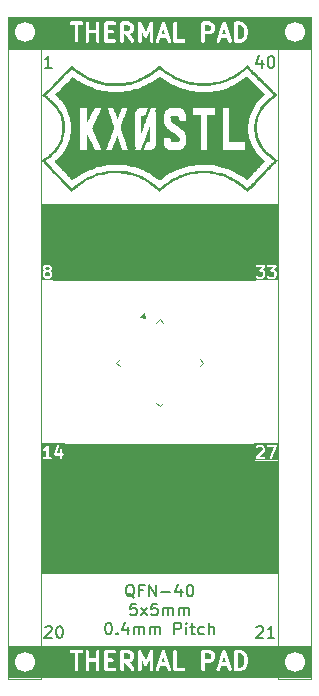
<source format=gto>
G04 #@! TF.GenerationSoftware,KiCad,Pcbnew,9.0.6*
G04 #@! TF.CreationDate,2026-01-08T21:28:12-06:00*
G04 #@! TF.ProjectId,QFN-40_5x5_P0.4,51464e2d-3430-45f3-9578-355f50302e34,rev?*
G04 #@! TF.SameCoordinates,Original*
G04 #@! TF.FileFunction,Legend,Top*
G04 #@! TF.FilePolarity,Positive*
%FSLAX46Y46*%
G04 Gerber Fmt 4.6, Leading zero omitted, Abs format (unit mm)*
G04 Created by KiCad (PCBNEW 9.0.6) date 2026-01-08 21:28:12*
%MOMM*%
%LPD*%
G01*
G04 APERTURE LIST*
G04 Aperture macros list*
%AMRoundRect*
0 Rectangle with rounded corners*
0 $1 Rounding radius*
0 $2 $3 $4 $5 $6 $7 $8 $9 X,Y pos of 4 corners*
0 Add a 4 corners polygon primitive as box body*
4,1,4,$2,$3,$4,$5,$6,$7,$8,$9,$2,$3,0*
0 Add four circle primitives for the rounded corners*
1,1,$1+$1,$2,$3*
1,1,$1+$1,$4,$5*
1,1,$1+$1,$6,$7*
1,1,$1+$1,$8,$9*
0 Add four rect primitives between the rounded corners*
20,1,$1+$1,$2,$3,$4,$5,0*
20,1,$1+$1,$4,$5,$6,$7,0*
20,1,$1+$1,$6,$7,$8,$9,0*
20,1,$1+$1,$8,$9,$2,$3,0*%
%AMRotRect*
0 Rectangle, with rotation*
0 The origin of the aperture is its center*
0 $1 length*
0 $2 width*
0 $3 Rotation angle, in degrees counterclockwise*
0 Add horizontal line*
21,1,$1,$2,0,0,$3*%
G04 Aperture macros list end*
%ADD10C,0.100000*%
%ADD11C,0.200000*%
%ADD12C,0.300000*%
%ADD13C,0.000000*%
%ADD14C,0.120000*%
%ADD15RoundRect,0.062500X-0.424264X0.335876X0.335876X-0.424264X0.424264X-0.335876X-0.335876X0.424264X0*%
%ADD16RoundRect,0.062500X-0.424264X-0.335876X-0.335876X-0.424264X0.424264X0.335876X0.335876X0.424264X0*%
%ADD17RotRect,3.600000X3.600000X315.000000*%
%ADD18C,1.700000*%
%ADD19R,1.700000X1.700000*%
G04 APERTURE END LIST*
D10*
X126159249Y-97291733D02*
X146128752Y-97291733D01*
X146128752Y-102361999D01*
X126159249Y-102361999D01*
X126159249Y-97291733D01*
G36*
X126159249Y-97291733D02*
G01*
X146128752Y-97291733D01*
X146128752Y-102361999D01*
X126159249Y-102361999D01*
X126159249Y-97291733D01*
G37*
X127133664Y-97291727D02*
X144175503Y-97291727D01*
X144175503Y-103726286D01*
X127133664Y-103726286D01*
X127133664Y-97291727D01*
G36*
X127133664Y-97291727D02*
G01*
X144175503Y-97291727D01*
X144175503Y-103726286D01*
X127133664Y-103726286D01*
X127133664Y-97291727D01*
G37*
X123317000Y-134716380D02*
X128397000Y-134716380D01*
X128397000Y-137383630D01*
X123317000Y-137383630D01*
X123317000Y-134716380D01*
G36*
X123317000Y-134716380D02*
G01*
X128397000Y-134716380D01*
X128397000Y-137383630D01*
X123317000Y-137383630D01*
X123317000Y-134716380D01*
G37*
X126111000Y-119064096D02*
X146177000Y-119064096D01*
X146177000Y-128549429D01*
X126111000Y-128549429D01*
X126111000Y-119064096D01*
G36*
X126111000Y-119064096D02*
G01*
X146177000Y-119064096D01*
X146177000Y-128549429D01*
X126111000Y-128549429D01*
X126111000Y-119064096D01*
G37*
X128083750Y-83776805D02*
X143882500Y-83776805D01*
X143882500Y-84183205D01*
X128083750Y-84183205D01*
X128083750Y-83776805D01*
G36*
X128083750Y-83776805D02*
G01*
X143882500Y-83776805D01*
X143882500Y-84183205D01*
X128083750Y-84183205D01*
X128083750Y-83776805D01*
G37*
X143755500Y-134716380D02*
X148954000Y-134716380D01*
X148954000Y-137383630D01*
X143755500Y-137383630D01*
X143755500Y-134716380D01*
G36*
X143755500Y-134716380D02*
G01*
X148954000Y-134716380D01*
X148954000Y-137383630D01*
X143755500Y-137383630D01*
X143755500Y-134716380D01*
G37*
X127499500Y-81515955D02*
X144441250Y-81515955D01*
X144441250Y-81744555D01*
X127499500Y-81744555D01*
X127499500Y-81515955D01*
G36*
X127499500Y-81515955D02*
G01*
X144441250Y-81515955D01*
X144441250Y-81744555D01*
X127499500Y-81744555D01*
X127499500Y-81515955D01*
G37*
X128134500Y-134716380D02*
X144187250Y-134716380D01*
X144187250Y-134944730D01*
X128134500Y-134944730D01*
X128134500Y-134716380D01*
G36*
X128134500Y-134716380D02*
G01*
X144187250Y-134716380D01*
X144187250Y-134944730D01*
X128134500Y-134944730D01*
X128134500Y-134716380D01*
G37*
X127194750Y-136977230D02*
X144898500Y-136977230D01*
X144898500Y-137383630D01*
X127194750Y-137383630D01*
X127194750Y-136977230D01*
G36*
X127194750Y-136977230D02*
G01*
X144898500Y-136977230D01*
X144898500Y-137383630D01*
X127194750Y-137383630D01*
X127194750Y-136977230D01*
G37*
X128076000Y-117654795D02*
X144146327Y-117654795D01*
X144146327Y-125241429D01*
X128076000Y-125241429D01*
X128076000Y-117654795D01*
G36*
X128076000Y-117654795D02*
G01*
X144146327Y-117654795D01*
X144146327Y-125241429D01*
X128076000Y-125241429D01*
X128076000Y-117654795D01*
G37*
X123317000Y-81515955D02*
X128397000Y-81515955D01*
X128397000Y-84183205D01*
X123317000Y-84183205D01*
X123317000Y-81515955D01*
G36*
X123317000Y-81515955D02*
G01*
X128397000Y-81515955D01*
X128397000Y-84183205D01*
X123317000Y-84183205D01*
X123317000Y-81515955D01*
G37*
X143768250Y-81515955D02*
X148954000Y-81515955D01*
X148954000Y-84183205D01*
X143768250Y-84183205D01*
X143768250Y-81515955D01*
G36*
X143768250Y-81515955D02*
G01*
X148954000Y-81515955D01*
X148954000Y-84183205D01*
X143768250Y-84183205D01*
X143768250Y-81515955D01*
G37*
D11*
G36*
X146181713Y-119027330D02*
G01*
X144144056Y-119027330D01*
X144144056Y-118796710D01*
X144255167Y-118796710D01*
X144255167Y-118835728D01*
X144270099Y-118871776D01*
X144297689Y-118899366D01*
X144333737Y-118914298D01*
X144353246Y-118916219D01*
X144972293Y-118916219D01*
X144991802Y-118914298D01*
X145027850Y-118899366D01*
X145055440Y-118871776D01*
X145070372Y-118835728D01*
X145070372Y-118796710D01*
X145055440Y-118760662D01*
X145027850Y-118733072D01*
X144991802Y-118718140D01*
X144972293Y-118716219D01*
X144594668Y-118716219D01*
X144995385Y-118315501D01*
X145007821Y-118300347D01*
X145009195Y-118297028D01*
X145011551Y-118294313D01*
X145019542Y-118276413D01*
X145067161Y-118133556D01*
X145069360Y-118123883D01*
X145070372Y-118121442D01*
X145070720Y-118117904D01*
X145071508Y-118114441D01*
X145071320Y-118111806D01*
X145072293Y-118101933D01*
X145072293Y-118006695D01*
X145070372Y-117987186D01*
X145068996Y-117983865D01*
X145068742Y-117980282D01*
X145061736Y-117961973D01*
X145014117Y-117866736D01*
X145008831Y-117858339D01*
X145007821Y-117855899D01*
X145005567Y-117853153D01*
X145003674Y-117850145D01*
X145001676Y-117848412D01*
X144995384Y-117840746D01*
X144951349Y-117796710D01*
X145207548Y-117796710D01*
X145207548Y-117835728D01*
X145222480Y-117871776D01*
X145250070Y-117899366D01*
X145286118Y-117914298D01*
X145305627Y-117916219D01*
X145820639Y-117916219D01*
X145451807Y-118776827D01*
X145445888Y-118795515D01*
X145445413Y-118834531D01*
X145459904Y-118870758D01*
X145487155Y-118898683D01*
X145523018Y-118914053D01*
X145562034Y-118914528D01*
X145598261Y-118900037D01*
X145626186Y-118872786D01*
X145635637Y-118855611D01*
X146064207Y-117855611D01*
X146070127Y-117836923D01*
X146070134Y-117836301D01*
X146070372Y-117835728D01*
X146070372Y-117816799D01*
X146070602Y-117797908D01*
X146070372Y-117797332D01*
X146070372Y-117796710D01*
X146063118Y-117779199D01*
X146056111Y-117761680D01*
X146055677Y-117761236D01*
X146055440Y-117760662D01*
X146042060Y-117747282D01*
X146028860Y-117733756D01*
X146028289Y-117733511D01*
X146027850Y-117733072D01*
X146010333Y-117725816D01*
X145992996Y-117718386D01*
X145992377Y-117718378D01*
X145991802Y-117718140D01*
X145972293Y-117716219D01*
X145305627Y-117716219D01*
X145286118Y-117718140D01*
X145250070Y-117733072D01*
X145222480Y-117760662D01*
X145207548Y-117796710D01*
X144951349Y-117796710D01*
X144947766Y-117793127D01*
X144940095Y-117786832D01*
X144938366Y-117784838D01*
X144935358Y-117782944D01*
X144932612Y-117780691D01*
X144930172Y-117779680D01*
X144921776Y-117774395D01*
X144826538Y-117726776D01*
X144808230Y-117719770D01*
X144804646Y-117719515D01*
X144801326Y-117718140D01*
X144781817Y-117716219D01*
X144543722Y-117716219D01*
X144524213Y-117718140D01*
X144520892Y-117719515D01*
X144517309Y-117719770D01*
X144499000Y-117726776D01*
X144403763Y-117774395D01*
X144395366Y-117779680D01*
X144392926Y-117780691D01*
X144390180Y-117782944D01*
X144387172Y-117784838D01*
X144385439Y-117786835D01*
X144377773Y-117793128D01*
X144330154Y-117840746D01*
X144317718Y-117855900D01*
X144302786Y-117891948D01*
X144302786Y-117930966D01*
X144317718Y-117967014D01*
X144345308Y-117994604D01*
X144381356Y-118009536D01*
X144420374Y-118009536D01*
X144456422Y-117994604D01*
X144471576Y-117982168D01*
X144507719Y-117946023D01*
X144567329Y-117916219D01*
X144758210Y-117916219D01*
X144817819Y-117946024D01*
X144842488Y-117970692D01*
X144872293Y-118030302D01*
X144872293Y-118085706D01*
X144837271Y-118190770D01*
X144282535Y-118745508D01*
X144270099Y-118760662D01*
X144255167Y-118796710D01*
X144144056Y-118796710D01*
X144144056Y-117605108D01*
X146181713Y-117605108D01*
X146181713Y-119027330D01*
G37*
X144807326Y-85129552D02*
X144807326Y-85796219D01*
X144569231Y-84748600D02*
X144331136Y-85462885D01*
X144331136Y-85462885D02*
X144950183Y-85462885D01*
X145521612Y-84796219D02*
X145616850Y-84796219D01*
X145616850Y-84796219D02*
X145712088Y-84843838D01*
X145712088Y-84843838D02*
X145759707Y-84891457D01*
X145759707Y-84891457D02*
X145807326Y-84986695D01*
X145807326Y-84986695D02*
X145854945Y-85177171D01*
X145854945Y-85177171D02*
X145854945Y-85415266D01*
X145854945Y-85415266D02*
X145807326Y-85605742D01*
X145807326Y-85605742D02*
X145759707Y-85700980D01*
X145759707Y-85700980D02*
X145712088Y-85748600D01*
X145712088Y-85748600D02*
X145616850Y-85796219D01*
X145616850Y-85796219D02*
X145521612Y-85796219D01*
X145521612Y-85796219D02*
X145426374Y-85748600D01*
X145426374Y-85748600D02*
X145378755Y-85700980D01*
X145378755Y-85700980D02*
X145331136Y-85605742D01*
X145331136Y-85605742D02*
X145283517Y-85415266D01*
X145283517Y-85415266D02*
X145283517Y-85177171D01*
X145283517Y-85177171D02*
X145331136Y-84986695D01*
X145331136Y-84986695D02*
X145378755Y-84891457D01*
X145378755Y-84891457D02*
X145426374Y-84843838D01*
X145426374Y-84843838D02*
X145521612Y-84796219D01*
X144331136Y-133151457D02*
X144378755Y-133103838D01*
X144378755Y-133103838D02*
X144473993Y-133056219D01*
X144473993Y-133056219D02*
X144712088Y-133056219D01*
X144712088Y-133056219D02*
X144807326Y-133103838D01*
X144807326Y-133103838D02*
X144854945Y-133151457D01*
X144854945Y-133151457D02*
X144902564Y-133246695D01*
X144902564Y-133246695D02*
X144902564Y-133341933D01*
X144902564Y-133341933D02*
X144854945Y-133484790D01*
X144854945Y-133484790D02*
X144283517Y-134056219D01*
X144283517Y-134056219D02*
X144902564Y-134056219D01*
X145854945Y-134056219D02*
X145283517Y-134056219D01*
X145569231Y-134056219D02*
X145569231Y-133056219D01*
X145569231Y-133056219D02*
X145473993Y-133199076D01*
X145473993Y-133199076D02*
X145378755Y-133294314D01*
X145378755Y-133294314D02*
X145283517Y-133341933D01*
G36*
X126760633Y-103121308D02*
G01*
X126785302Y-103145976D01*
X126815107Y-103205586D01*
X126815107Y-103348848D01*
X126785302Y-103408456D01*
X126760633Y-103433126D01*
X126701024Y-103462932D01*
X126557762Y-103462932D01*
X126498152Y-103433127D01*
X126473485Y-103408459D01*
X126443679Y-103348847D01*
X126443679Y-103205586D01*
X126473484Y-103145976D01*
X126498152Y-103121307D01*
X126557762Y-103091503D01*
X126701024Y-103091503D01*
X126760633Y-103121308D01*
G37*
G36*
X126760633Y-102692737D02*
G01*
X126785302Y-102717405D01*
X126815107Y-102777015D01*
X126815107Y-102777420D01*
X126785302Y-102837029D01*
X126760633Y-102861697D01*
X126701024Y-102891503D01*
X126557762Y-102891503D01*
X126498152Y-102861698D01*
X126473484Y-102837029D01*
X126443679Y-102777419D01*
X126443679Y-102777015D01*
X126473484Y-102717405D01*
X126498152Y-102692736D01*
X126557762Y-102662932D01*
X126701024Y-102662932D01*
X126760633Y-102692737D01*
G37*
G36*
X127126218Y-103774043D02*
G01*
X126132568Y-103774043D01*
X126132568Y-102753408D01*
X126243679Y-102753408D01*
X126243679Y-102801027D01*
X126245600Y-102820536D01*
X126246975Y-102823856D01*
X126247230Y-102827440D01*
X126254236Y-102845748D01*
X126301855Y-102940986D01*
X126307140Y-102949382D01*
X126308151Y-102951822D01*
X126310404Y-102954568D01*
X126312298Y-102957576D01*
X126314292Y-102959305D01*
X126320587Y-102966976D01*
X126345114Y-102991503D01*
X126320587Y-103016030D01*
X126314292Y-103023700D01*
X126312298Y-103025430D01*
X126310404Y-103028437D01*
X126308151Y-103031184D01*
X126307140Y-103033623D01*
X126301855Y-103042020D01*
X126254236Y-103137258D01*
X126247230Y-103155566D01*
X126246975Y-103159149D01*
X126245600Y-103162470D01*
X126243679Y-103181979D01*
X126243679Y-103372455D01*
X126245600Y-103391964D01*
X126246975Y-103395284D01*
X126247230Y-103398868D01*
X126254236Y-103417176D01*
X126301855Y-103512414D01*
X126307138Y-103520806D01*
X126308150Y-103523250D01*
X126310406Y-103525999D01*
X126312298Y-103529004D01*
X126314292Y-103530733D01*
X126320587Y-103538403D01*
X126368205Y-103586023D01*
X126375873Y-103592316D01*
X126377605Y-103594313D01*
X126380613Y-103596206D01*
X126383359Y-103598460D01*
X126385799Y-103599470D01*
X126394196Y-103604756D01*
X126489433Y-103652375D01*
X126507742Y-103659381D01*
X126511325Y-103659635D01*
X126514646Y-103661011D01*
X126534155Y-103662932D01*
X126724631Y-103662932D01*
X126744140Y-103661011D01*
X126747460Y-103659635D01*
X126751044Y-103659381D01*
X126769352Y-103652375D01*
X126864590Y-103604756D01*
X126872985Y-103599471D01*
X126875427Y-103598460D01*
X126878174Y-103596204D01*
X126881180Y-103594313D01*
X126882910Y-103592318D01*
X126890580Y-103586023D01*
X126938199Y-103538403D01*
X126944491Y-103530736D01*
X126946488Y-103529005D01*
X126948381Y-103525997D01*
X126950636Y-103523250D01*
X126951647Y-103520808D01*
X126956931Y-103512414D01*
X127004550Y-103417177D01*
X127011556Y-103398868D01*
X127011810Y-103395284D01*
X127013186Y-103391964D01*
X127015107Y-103372455D01*
X127015107Y-103181979D01*
X127013186Y-103162470D01*
X127011810Y-103159149D01*
X127011556Y-103155566D01*
X127004550Y-103137257D01*
X126956931Y-103042020D01*
X126951645Y-103033623D01*
X126950635Y-103031183D01*
X126948381Y-103028437D01*
X126946488Y-103025429D01*
X126944490Y-103023696D01*
X126938198Y-103016030D01*
X126913671Y-102991503D01*
X126938198Y-102966976D01*
X126944490Y-102959309D01*
X126946488Y-102957577D01*
X126948381Y-102954568D01*
X126950635Y-102951823D01*
X126951645Y-102949382D01*
X126956931Y-102940986D01*
X127004550Y-102845749D01*
X127011556Y-102827440D01*
X127011810Y-102823856D01*
X127013186Y-102820536D01*
X127015107Y-102801027D01*
X127015107Y-102753408D01*
X127013186Y-102733899D01*
X127011810Y-102730578D01*
X127011556Y-102726995D01*
X127004550Y-102708686D01*
X126956931Y-102613449D01*
X126951645Y-102605052D01*
X126950635Y-102602612D01*
X126948381Y-102599866D01*
X126946488Y-102596858D01*
X126944490Y-102595125D01*
X126938198Y-102587459D01*
X126890580Y-102539840D01*
X126882909Y-102533545D01*
X126881180Y-102531551D01*
X126878172Y-102529657D01*
X126875426Y-102527404D01*
X126872986Y-102526393D01*
X126864590Y-102521108D01*
X126769352Y-102473489D01*
X126751044Y-102466483D01*
X126747460Y-102466228D01*
X126744140Y-102464853D01*
X126724631Y-102462932D01*
X126534155Y-102462932D01*
X126514646Y-102464853D01*
X126511325Y-102466228D01*
X126507742Y-102466483D01*
X126489433Y-102473489D01*
X126394196Y-102521108D01*
X126385799Y-102526393D01*
X126383359Y-102527404D01*
X126380613Y-102529657D01*
X126377605Y-102531551D01*
X126375872Y-102533548D01*
X126368206Y-102539841D01*
X126320587Y-102587459D01*
X126314292Y-102595129D01*
X126312298Y-102596859D01*
X126310404Y-102599866D01*
X126308151Y-102602613D01*
X126307140Y-102605052D01*
X126301855Y-102613449D01*
X126254236Y-102708687D01*
X126247230Y-102726995D01*
X126246975Y-102730578D01*
X126245600Y-102733899D01*
X126243679Y-102753408D01*
X126132568Y-102753408D01*
X126132568Y-102351821D01*
X127126218Y-102351821D01*
X127126218Y-103774043D01*
G37*
X134001142Y-130649418D02*
X133905904Y-130601799D01*
X133905904Y-130601799D02*
X133810666Y-130506561D01*
X133810666Y-130506561D02*
X133667809Y-130363703D01*
X133667809Y-130363703D02*
X133572571Y-130316084D01*
X133572571Y-130316084D02*
X133477333Y-130316084D01*
X133524952Y-130554180D02*
X133429714Y-130506561D01*
X133429714Y-130506561D02*
X133334476Y-130411322D01*
X133334476Y-130411322D02*
X133286857Y-130220846D01*
X133286857Y-130220846D02*
X133286857Y-129887513D01*
X133286857Y-129887513D02*
X133334476Y-129697037D01*
X133334476Y-129697037D02*
X133429714Y-129601799D01*
X133429714Y-129601799D02*
X133524952Y-129554180D01*
X133524952Y-129554180D02*
X133715428Y-129554180D01*
X133715428Y-129554180D02*
X133810666Y-129601799D01*
X133810666Y-129601799D02*
X133905904Y-129697037D01*
X133905904Y-129697037D02*
X133953523Y-129887513D01*
X133953523Y-129887513D02*
X133953523Y-130220846D01*
X133953523Y-130220846D02*
X133905904Y-130411322D01*
X133905904Y-130411322D02*
X133810666Y-130506561D01*
X133810666Y-130506561D02*
X133715428Y-130554180D01*
X133715428Y-130554180D02*
X133524952Y-130554180D01*
X134715428Y-130030370D02*
X134382095Y-130030370D01*
X134382095Y-130554180D02*
X134382095Y-129554180D01*
X134382095Y-129554180D02*
X134858285Y-129554180D01*
X135239238Y-130554180D02*
X135239238Y-129554180D01*
X135239238Y-129554180D02*
X135810666Y-130554180D01*
X135810666Y-130554180D02*
X135810666Y-129554180D01*
X136286857Y-130173227D02*
X137048762Y-130173227D01*
X137953523Y-129887513D02*
X137953523Y-130554180D01*
X137715428Y-129506561D02*
X137477333Y-130220846D01*
X137477333Y-130220846D02*
X138096380Y-130220846D01*
X138667809Y-129554180D02*
X138763047Y-129554180D01*
X138763047Y-129554180D02*
X138858285Y-129601799D01*
X138858285Y-129601799D02*
X138905904Y-129649418D01*
X138905904Y-129649418D02*
X138953523Y-129744656D01*
X138953523Y-129744656D02*
X139001142Y-129935132D01*
X139001142Y-129935132D02*
X139001142Y-130173227D01*
X139001142Y-130173227D02*
X138953523Y-130363703D01*
X138953523Y-130363703D02*
X138905904Y-130458941D01*
X138905904Y-130458941D02*
X138858285Y-130506561D01*
X138858285Y-130506561D02*
X138763047Y-130554180D01*
X138763047Y-130554180D02*
X138667809Y-130554180D01*
X138667809Y-130554180D02*
X138572571Y-130506561D01*
X138572571Y-130506561D02*
X138524952Y-130458941D01*
X138524952Y-130458941D02*
X138477333Y-130363703D01*
X138477333Y-130363703D02*
X138429714Y-130173227D01*
X138429714Y-130173227D02*
X138429714Y-129935132D01*
X138429714Y-129935132D02*
X138477333Y-129744656D01*
X138477333Y-129744656D02*
X138524952Y-129649418D01*
X138524952Y-129649418D02*
X138572571Y-129601799D01*
X138572571Y-129601799D02*
X138667809Y-129554180D01*
X134167809Y-131164124D02*
X133691619Y-131164124D01*
X133691619Y-131164124D02*
X133644000Y-131640314D01*
X133644000Y-131640314D02*
X133691619Y-131592695D01*
X133691619Y-131592695D02*
X133786857Y-131545076D01*
X133786857Y-131545076D02*
X134024952Y-131545076D01*
X134024952Y-131545076D02*
X134120190Y-131592695D01*
X134120190Y-131592695D02*
X134167809Y-131640314D01*
X134167809Y-131640314D02*
X134215428Y-131735552D01*
X134215428Y-131735552D02*
X134215428Y-131973647D01*
X134215428Y-131973647D02*
X134167809Y-132068885D01*
X134167809Y-132068885D02*
X134120190Y-132116505D01*
X134120190Y-132116505D02*
X134024952Y-132164124D01*
X134024952Y-132164124D02*
X133786857Y-132164124D01*
X133786857Y-132164124D02*
X133691619Y-132116505D01*
X133691619Y-132116505D02*
X133644000Y-132068885D01*
X134548762Y-132164124D02*
X135072571Y-131497457D01*
X134548762Y-131497457D02*
X135072571Y-132164124D01*
X135929714Y-131164124D02*
X135453524Y-131164124D01*
X135453524Y-131164124D02*
X135405905Y-131640314D01*
X135405905Y-131640314D02*
X135453524Y-131592695D01*
X135453524Y-131592695D02*
X135548762Y-131545076D01*
X135548762Y-131545076D02*
X135786857Y-131545076D01*
X135786857Y-131545076D02*
X135882095Y-131592695D01*
X135882095Y-131592695D02*
X135929714Y-131640314D01*
X135929714Y-131640314D02*
X135977333Y-131735552D01*
X135977333Y-131735552D02*
X135977333Y-131973647D01*
X135977333Y-131973647D02*
X135929714Y-132068885D01*
X135929714Y-132068885D02*
X135882095Y-132116505D01*
X135882095Y-132116505D02*
X135786857Y-132164124D01*
X135786857Y-132164124D02*
X135548762Y-132164124D01*
X135548762Y-132164124D02*
X135453524Y-132116505D01*
X135453524Y-132116505D02*
X135405905Y-132068885D01*
X136405905Y-132164124D02*
X136405905Y-131497457D01*
X136405905Y-131592695D02*
X136453524Y-131545076D01*
X136453524Y-131545076D02*
X136548762Y-131497457D01*
X136548762Y-131497457D02*
X136691619Y-131497457D01*
X136691619Y-131497457D02*
X136786857Y-131545076D01*
X136786857Y-131545076D02*
X136834476Y-131640314D01*
X136834476Y-131640314D02*
X136834476Y-132164124D01*
X136834476Y-131640314D02*
X136882095Y-131545076D01*
X136882095Y-131545076D02*
X136977333Y-131497457D01*
X136977333Y-131497457D02*
X137120190Y-131497457D01*
X137120190Y-131497457D02*
X137215429Y-131545076D01*
X137215429Y-131545076D02*
X137263048Y-131640314D01*
X137263048Y-131640314D02*
X137263048Y-132164124D01*
X137739238Y-132164124D02*
X137739238Y-131497457D01*
X137739238Y-131592695D02*
X137786857Y-131545076D01*
X137786857Y-131545076D02*
X137882095Y-131497457D01*
X137882095Y-131497457D02*
X138024952Y-131497457D01*
X138024952Y-131497457D02*
X138120190Y-131545076D01*
X138120190Y-131545076D02*
X138167809Y-131640314D01*
X138167809Y-131640314D02*
X138167809Y-132164124D01*
X138167809Y-131640314D02*
X138215428Y-131545076D01*
X138215428Y-131545076D02*
X138310666Y-131497457D01*
X138310666Y-131497457D02*
X138453523Y-131497457D01*
X138453523Y-131497457D02*
X138548762Y-131545076D01*
X138548762Y-131545076D02*
X138596381Y-131640314D01*
X138596381Y-131640314D02*
X138596381Y-132164124D01*
X131763048Y-132774068D02*
X131858286Y-132774068D01*
X131858286Y-132774068D02*
X131953524Y-132821687D01*
X131953524Y-132821687D02*
X132001143Y-132869306D01*
X132001143Y-132869306D02*
X132048762Y-132964544D01*
X132048762Y-132964544D02*
X132096381Y-133155020D01*
X132096381Y-133155020D02*
X132096381Y-133393115D01*
X132096381Y-133393115D02*
X132048762Y-133583591D01*
X132048762Y-133583591D02*
X132001143Y-133678829D01*
X132001143Y-133678829D02*
X131953524Y-133726449D01*
X131953524Y-133726449D02*
X131858286Y-133774068D01*
X131858286Y-133774068D02*
X131763048Y-133774068D01*
X131763048Y-133774068D02*
X131667810Y-133726449D01*
X131667810Y-133726449D02*
X131620191Y-133678829D01*
X131620191Y-133678829D02*
X131572572Y-133583591D01*
X131572572Y-133583591D02*
X131524953Y-133393115D01*
X131524953Y-133393115D02*
X131524953Y-133155020D01*
X131524953Y-133155020D02*
X131572572Y-132964544D01*
X131572572Y-132964544D02*
X131620191Y-132869306D01*
X131620191Y-132869306D02*
X131667810Y-132821687D01*
X131667810Y-132821687D02*
X131763048Y-132774068D01*
X132524953Y-133678829D02*
X132572572Y-133726449D01*
X132572572Y-133726449D02*
X132524953Y-133774068D01*
X132524953Y-133774068D02*
X132477334Y-133726449D01*
X132477334Y-133726449D02*
X132524953Y-133678829D01*
X132524953Y-133678829D02*
X132524953Y-133774068D01*
X133429714Y-133107401D02*
X133429714Y-133774068D01*
X133191619Y-132726449D02*
X132953524Y-133440734D01*
X132953524Y-133440734D02*
X133572571Y-133440734D01*
X133953524Y-133774068D02*
X133953524Y-133107401D01*
X133953524Y-133202639D02*
X134001143Y-133155020D01*
X134001143Y-133155020D02*
X134096381Y-133107401D01*
X134096381Y-133107401D02*
X134239238Y-133107401D01*
X134239238Y-133107401D02*
X134334476Y-133155020D01*
X134334476Y-133155020D02*
X134382095Y-133250258D01*
X134382095Y-133250258D02*
X134382095Y-133774068D01*
X134382095Y-133250258D02*
X134429714Y-133155020D01*
X134429714Y-133155020D02*
X134524952Y-133107401D01*
X134524952Y-133107401D02*
X134667809Y-133107401D01*
X134667809Y-133107401D02*
X134763048Y-133155020D01*
X134763048Y-133155020D02*
X134810667Y-133250258D01*
X134810667Y-133250258D02*
X134810667Y-133774068D01*
X135286857Y-133774068D02*
X135286857Y-133107401D01*
X135286857Y-133202639D02*
X135334476Y-133155020D01*
X135334476Y-133155020D02*
X135429714Y-133107401D01*
X135429714Y-133107401D02*
X135572571Y-133107401D01*
X135572571Y-133107401D02*
X135667809Y-133155020D01*
X135667809Y-133155020D02*
X135715428Y-133250258D01*
X135715428Y-133250258D02*
X135715428Y-133774068D01*
X135715428Y-133250258D02*
X135763047Y-133155020D01*
X135763047Y-133155020D02*
X135858285Y-133107401D01*
X135858285Y-133107401D02*
X136001142Y-133107401D01*
X136001142Y-133107401D02*
X136096381Y-133155020D01*
X136096381Y-133155020D02*
X136144000Y-133250258D01*
X136144000Y-133250258D02*
X136144000Y-133774068D01*
X137382095Y-133774068D02*
X137382095Y-132774068D01*
X137382095Y-132774068D02*
X137763047Y-132774068D01*
X137763047Y-132774068D02*
X137858285Y-132821687D01*
X137858285Y-132821687D02*
X137905904Y-132869306D01*
X137905904Y-132869306D02*
X137953523Y-132964544D01*
X137953523Y-132964544D02*
X137953523Y-133107401D01*
X137953523Y-133107401D02*
X137905904Y-133202639D01*
X137905904Y-133202639D02*
X137858285Y-133250258D01*
X137858285Y-133250258D02*
X137763047Y-133297877D01*
X137763047Y-133297877D02*
X137382095Y-133297877D01*
X138382095Y-133774068D02*
X138382095Y-133107401D01*
X138382095Y-132774068D02*
X138334476Y-132821687D01*
X138334476Y-132821687D02*
X138382095Y-132869306D01*
X138382095Y-132869306D02*
X138429714Y-132821687D01*
X138429714Y-132821687D02*
X138382095Y-132774068D01*
X138382095Y-132774068D02*
X138382095Y-132869306D01*
X138715428Y-133107401D02*
X139096380Y-133107401D01*
X138858285Y-132774068D02*
X138858285Y-133631210D01*
X138858285Y-133631210D02*
X138905904Y-133726449D01*
X138905904Y-133726449D02*
X139001142Y-133774068D01*
X139001142Y-133774068D02*
X139096380Y-133774068D01*
X139858285Y-133726449D02*
X139763047Y-133774068D01*
X139763047Y-133774068D02*
X139572571Y-133774068D01*
X139572571Y-133774068D02*
X139477333Y-133726449D01*
X139477333Y-133726449D02*
X139429714Y-133678829D01*
X139429714Y-133678829D02*
X139382095Y-133583591D01*
X139382095Y-133583591D02*
X139382095Y-133297877D01*
X139382095Y-133297877D02*
X139429714Y-133202639D01*
X139429714Y-133202639D02*
X139477333Y-133155020D01*
X139477333Y-133155020D02*
X139572571Y-133107401D01*
X139572571Y-133107401D02*
X139763047Y-133107401D01*
X139763047Y-133107401D02*
X139858285Y-133155020D01*
X140286857Y-133774068D02*
X140286857Y-132774068D01*
X140715428Y-133774068D02*
X140715428Y-133250258D01*
X140715428Y-133250258D02*
X140667809Y-133155020D01*
X140667809Y-133155020D02*
X140572571Y-133107401D01*
X140572571Y-133107401D02*
X140429714Y-133107401D01*
X140429714Y-133107401D02*
X140334476Y-133155020D01*
X140334476Y-133155020D02*
X140286857Y-133202639D01*
G36*
X128130312Y-119074657D02*
G01*
X126139368Y-119074657D01*
X126139368Y-118136753D01*
X126250479Y-118136753D01*
X126253245Y-118175673D01*
X126270694Y-118210572D01*
X126300171Y-118236136D01*
X126337187Y-118248475D01*
X126376107Y-118245709D01*
X126394415Y-118238703D01*
X126489653Y-118191084D01*
X126498049Y-118185798D01*
X126500489Y-118184788D01*
X126503235Y-118182534D01*
X126506243Y-118180641D01*
X126507972Y-118178646D01*
X126515643Y-118172352D01*
X126535408Y-118152587D01*
X126535408Y-118763546D01*
X126349694Y-118763546D01*
X126330185Y-118765467D01*
X126294137Y-118780399D01*
X126266547Y-118807989D01*
X126251615Y-118844037D01*
X126251615Y-118883055D01*
X126266547Y-118919103D01*
X126294137Y-118946693D01*
X126330185Y-118961625D01*
X126349694Y-118963546D01*
X126921122Y-118963546D01*
X126940631Y-118961625D01*
X126976679Y-118946693D01*
X127004269Y-118919103D01*
X127019201Y-118883055D01*
X127019201Y-118844037D01*
X127004269Y-118807989D01*
X126976679Y-118780399D01*
X126940631Y-118765467D01*
X126921122Y-118763546D01*
X126735408Y-118763546D01*
X126735408Y-118517705D01*
X127202860Y-118517705D01*
X127203996Y-118533689D01*
X127203996Y-118549721D01*
X127205371Y-118553041D01*
X127205626Y-118556625D01*
X127212793Y-118570960D01*
X127218928Y-118585769D01*
X127221468Y-118588309D01*
X127223076Y-118591524D01*
X127235187Y-118602028D01*
X127246518Y-118613359D01*
X127249836Y-118614733D01*
X127252552Y-118617089D01*
X127267761Y-118622158D01*
X127282566Y-118628291D01*
X127287666Y-118628793D01*
X127289568Y-118629427D01*
X127292201Y-118629239D01*
X127302075Y-118630212D01*
X127678265Y-118630212D01*
X127678265Y-118863546D01*
X127680186Y-118883055D01*
X127695118Y-118919103D01*
X127722708Y-118946693D01*
X127758756Y-118961625D01*
X127797774Y-118961625D01*
X127833822Y-118946693D01*
X127861412Y-118919103D01*
X127876344Y-118883055D01*
X127878265Y-118863546D01*
X127878265Y-118630212D01*
X127921122Y-118630212D01*
X127940631Y-118628291D01*
X127976679Y-118613359D01*
X128004269Y-118585769D01*
X128019201Y-118549721D01*
X128019201Y-118510703D01*
X128004269Y-118474655D01*
X127976679Y-118447065D01*
X127940631Y-118432133D01*
X127921122Y-118430212D01*
X127878265Y-118430212D01*
X127878265Y-118196879D01*
X127876344Y-118177370D01*
X127861412Y-118141322D01*
X127833822Y-118113732D01*
X127797774Y-118098800D01*
X127758756Y-118098800D01*
X127722708Y-118113732D01*
X127695118Y-118141322D01*
X127680186Y-118177370D01*
X127678265Y-118196879D01*
X127678265Y-118430212D01*
X127440817Y-118430212D01*
X127635038Y-117847550D01*
X127639385Y-117828435D01*
X127636619Y-117789515D01*
X127619169Y-117754616D01*
X127589693Y-117729051D01*
X127552677Y-117716712D01*
X127513757Y-117719479D01*
X127478858Y-117736928D01*
X127453293Y-117766404D01*
X127445302Y-117784305D01*
X127207207Y-118498589D01*
X127205007Y-118508260D01*
X127203996Y-118510703D01*
X127203996Y-118512709D01*
X127202860Y-118517705D01*
X126735408Y-118517705D01*
X126735408Y-117863546D01*
X126735401Y-117863475D01*
X126735408Y-117863441D01*
X126735387Y-117863339D01*
X126733487Y-117844037D01*
X126729697Y-117834888D01*
X126727756Y-117825181D01*
X126722304Y-117817040D01*
X126718555Y-117807989D01*
X126711555Y-117800989D01*
X126706045Y-117792761D01*
X126697890Y-117787324D01*
X126690965Y-117780399D01*
X126681821Y-117776611D01*
X126673580Y-117771117D01*
X126663966Y-117769215D01*
X126654917Y-117765467D01*
X126645016Y-117765467D01*
X126635304Y-117763546D01*
X126625699Y-117765467D01*
X126615899Y-117765467D01*
X126606750Y-117769256D01*
X126597043Y-117771198D01*
X126588902Y-117776649D01*
X126579851Y-117780399D01*
X126572851Y-117787398D01*
X126564623Y-117792909D01*
X126552334Y-117807915D01*
X126552261Y-117807989D01*
X126552247Y-117808021D01*
X126552203Y-117808076D01*
X126462459Y-117942692D01*
X126385695Y-118019455D01*
X126304973Y-118059817D01*
X126288382Y-118070260D01*
X126262818Y-118099737D01*
X126250479Y-118136753D01*
X126139368Y-118136753D01*
X126139368Y-117605601D01*
X128130312Y-117605601D01*
X128130312Y-119074657D01*
G37*
D12*
G36*
X143090186Y-135430866D02*
G01*
X143190793Y-135531473D01*
X143243972Y-135637832D01*
X143306928Y-135889653D01*
X143306928Y-136067012D01*
X143243972Y-136318833D01*
X143190793Y-136425193D01*
X143090187Y-136525799D01*
X142932585Y-136578333D01*
X142749785Y-136578333D01*
X142749785Y-135378333D01*
X142932588Y-135378333D01*
X143090186Y-135430866D01*
G37*
G36*
X133582361Y-135423040D02*
G01*
X133619365Y-135460044D01*
X133664071Y-135549456D01*
X133664071Y-135692923D01*
X133619364Y-135782336D01*
X133582359Y-135819341D01*
X133492947Y-135864047D01*
X133106928Y-135864047D01*
X133106928Y-135378333D01*
X133492947Y-135378333D01*
X133582361Y-135423040D01*
G37*
G36*
X136605959Y-136149762D02*
G01*
X136307900Y-136149762D01*
X136456929Y-135702674D01*
X136605959Y-136149762D01*
G37*
G36*
X141748816Y-136149762D02*
G01*
X141450757Y-136149762D01*
X141599786Y-135702674D01*
X141748816Y-136149762D01*
G37*
G36*
X140439504Y-135423040D02*
G01*
X140476508Y-135460044D01*
X140521214Y-135549456D01*
X140521214Y-135692923D01*
X140476507Y-135782336D01*
X140439502Y-135819341D01*
X140350090Y-135864047D01*
X139964071Y-135864047D01*
X139964071Y-135378333D01*
X140350090Y-135378333D01*
X140439504Y-135423040D01*
G37*
G36*
X143773595Y-137045000D02*
G01*
X128357429Y-137045000D01*
X128357429Y-135199069D01*
X128524096Y-135199069D01*
X128524096Y-135257597D01*
X128546494Y-135311669D01*
X128587878Y-135353053D01*
X128641950Y-135375451D01*
X128671214Y-135378333D01*
X128949785Y-135378333D01*
X128949785Y-136728333D01*
X128952667Y-136757597D01*
X128975065Y-136811669D01*
X129016449Y-136853053D01*
X129070521Y-136875451D01*
X129129049Y-136875451D01*
X129183121Y-136853053D01*
X129224505Y-136811669D01*
X129246903Y-136757597D01*
X129249785Y-136728333D01*
X129249785Y-135378333D01*
X129528357Y-135378333D01*
X129557621Y-135375451D01*
X129611693Y-135353053D01*
X129653077Y-135311669D01*
X129675475Y-135257597D01*
X129675475Y-135228333D01*
X129878356Y-135228333D01*
X129878356Y-136728333D01*
X129881238Y-136757597D01*
X129903636Y-136811669D01*
X129945020Y-136853053D01*
X129999092Y-136875451D01*
X130057620Y-136875451D01*
X130111692Y-136853053D01*
X130153076Y-136811669D01*
X130175474Y-136757597D01*
X130178356Y-136728333D01*
X130178356Y-136092619D01*
X130735499Y-136092619D01*
X130735499Y-136728333D01*
X130738381Y-136757597D01*
X130760779Y-136811669D01*
X130802163Y-136853053D01*
X130856235Y-136875451D01*
X130914763Y-136875451D01*
X130968835Y-136853053D01*
X131010219Y-136811669D01*
X131032617Y-136757597D01*
X131035499Y-136728333D01*
X131035499Y-135228333D01*
X131449785Y-135228333D01*
X131449785Y-136728333D01*
X131452667Y-136757597D01*
X131475065Y-136811669D01*
X131516449Y-136853053D01*
X131570521Y-136875451D01*
X131599785Y-136878333D01*
X132314071Y-136878333D01*
X132343335Y-136875451D01*
X132397407Y-136853053D01*
X132438791Y-136811669D01*
X132461189Y-136757597D01*
X132461189Y-136699069D01*
X132438791Y-136644997D01*
X132397407Y-136603613D01*
X132343335Y-136581215D01*
X132314071Y-136578333D01*
X131749785Y-136578333D01*
X131749785Y-136092619D01*
X132099785Y-136092619D01*
X132129049Y-136089737D01*
X132183121Y-136067339D01*
X132224505Y-136025955D01*
X132246903Y-135971883D01*
X132246903Y-135913355D01*
X132224505Y-135859283D01*
X132183121Y-135817899D01*
X132129049Y-135795501D01*
X132099785Y-135792619D01*
X131749785Y-135792619D01*
X131749785Y-135378333D01*
X132314071Y-135378333D01*
X132343335Y-135375451D01*
X132397407Y-135353053D01*
X132438791Y-135311669D01*
X132461189Y-135257597D01*
X132461189Y-135228333D01*
X132806928Y-135228333D01*
X132806928Y-136728333D01*
X132809810Y-136757597D01*
X132832208Y-136811669D01*
X132873592Y-136853053D01*
X132927664Y-136875451D01*
X132986192Y-136875451D01*
X133040264Y-136853053D01*
X133081648Y-136811669D01*
X133104046Y-136757597D01*
X133106928Y-136728333D01*
X133106928Y-136164047D01*
X133235973Y-136164047D01*
X133691186Y-136814352D01*
X133710329Y-136836674D01*
X133759686Y-136868127D01*
X133817322Y-136878298D01*
X133874464Y-136865639D01*
X133922412Y-136832075D01*
X133953865Y-136782718D01*
X133964036Y-136725082D01*
X133951377Y-136667940D01*
X133936956Y-136642314D01*
X133592004Y-136149525D01*
X133595439Y-136148211D01*
X133738296Y-136076783D01*
X133750889Y-136068855D01*
X133754549Y-136067340D01*
X133758668Y-136063958D01*
X133763182Y-136061118D01*
X133765778Y-136058124D01*
X133777280Y-136048685D01*
X133848709Y-135977256D01*
X133858150Y-135965751D01*
X133861142Y-135963157D01*
X133863980Y-135958647D01*
X133867364Y-135954525D01*
X133868880Y-135950863D01*
X133876807Y-135938272D01*
X133948235Y-135795414D01*
X133958745Y-135767951D01*
X133959126Y-135762575D01*
X133961189Y-135757597D01*
X133964071Y-135728333D01*
X133964071Y-135514047D01*
X133961189Y-135484783D01*
X133959126Y-135479804D01*
X133958745Y-135474429D01*
X133948235Y-135446966D01*
X133876807Y-135304108D01*
X133868878Y-135291513D01*
X133867363Y-135287854D01*
X133863981Y-135283733D01*
X133861142Y-135279223D01*
X133858150Y-135276628D01*
X133848708Y-135265123D01*
X133811917Y-135228333D01*
X134306928Y-135228333D01*
X134306928Y-136728333D01*
X134309810Y-136757597D01*
X134332208Y-136811669D01*
X134373592Y-136853053D01*
X134427664Y-136875451D01*
X134486192Y-136875451D01*
X134540264Y-136853053D01*
X134581648Y-136811669D01*
X134604046Y-136757597D01*
X134606928Y-136728333D01*
X134606928Y-135904466D01*
X134821001Y-136363195D01*
X134827347Y-136373908D01*
X134828668Y-136377540D01*
X134831019Y-136380108D01*
X134835988Y-136388495D01*
X134852793Y-136403885D01*
X134868195Y-136420703D01*
X134874238Y-136423523D01*
X134879151Y-136428022D01*
X134900571Y-136435811D01*
X134921233Y-136445453D01*
X134927890Y-136445745D01*
X134934153Y-136448023D01*
X134956932Y-136447022D01*
X134979703Y-136448023D01*
X134985962Y-136445746D01*
X134992624Y-136445454D01*
X135013291Y-136435809D01*
X135034706Y-136428022D01*
X135039619Y-136423522D01*
X135045661Y-136420703D01*
X135061056Y-136403890D01*
X135077869Y-136388495D01*
X135082837Y-136380106D01*
X135085188Y-136377540D01*
X135086507Y-136373910D01*
X135092855Y-136363195D01*
X135306928Y-135904467D01*
X135306928Y-136728333D01*
X135309810Y-136757597D01*
X135332208Y-136811669D01*
X135373592Y-136853053D01*
X135427664Y-136875451D01*
X135486192Y-136875451D01*
X135540264Y-136853053D01*
X135581648Y-136811669D01*
X135604046Y-136757597D01*
X135606928Y-136728333D01*
X135606928Y-136709572D01*
X135808107Y-136709572D01*
X135812256Y-136767953D01*
X135838430Y-136820300D01*
X135882644Y-136858647D01*
X135938168Y-136877155D01*
X135996549Y-136873006D01*
X136048896Y-136846832D01*
X136087243Y-136802618D01*
X136099231Y-136775767D01*
X136207900Y-136449762D01*
X136705959Y-136449762D01*
X136814627Y-136775767D01*
X136826615Y-136802618D01*
X136864962Y-136846833D01*
X136917310Y-136873006D01*
X136975690Y-136877156D01*
X137031214Y-136858647D01*
X137075428Y-136820300D01*
X137101602Y-136767953D01*
X137105752Y-136709573D01*
X137099232Y-136680899D01*
X136615042Y-135228333D01*
X137306928Y-135228333D01*
X137306928Y-136728333D01*
X137309810Y-136757597D01*
X137332208Y-136811669D01*
X137373592Y-136853053D01*
X137427664Y-136875451D01*
X137456928Y-136878333D01*
X138171214Y-136878333D01*
X138200478Y-136875451D01*
X138254550Y-136853053D01*
X138295934Y-136811669D01*
X138318332Y-136757597D01*
X138318332Y-136699069D01*
X138295934Y-136644997D01*
X138254550Y-136603613D01*
X138200478Y-136581215D01*
X138171214Y-136578333D01*
X137606928Y-136578333D01*
X137606928Y-135228333D01*
X139664071Y-135228333D01*
X139664071Y-136728333D01*
X139666953Y-136757597D01*
X139689351Y-136811669D01*
X139730735Y-136853053D01*
X139784807Y-136875451D01*
X139843335Y-136875451D01*
X139897407Y-136853053D01*
X139938791Y-136811669D01*
X139961189Y-136757597D01*
X139964071Y-136728333D01*
X139964071Y-136709572D01*
X140950964Y-136709572D01*
X140955113Y-136767953D01*
X140981287Y-136820300D01*
X141025501Y-136858647D01*
X141081025Y-136877155D01*
X141139406Y-136873006D01*
X141191753Y-136846832D01*
X141230100Y-136802618D01*
X141242088Y-136775767D01*
X141350757Y-136449762D01*
X141848816Y-136449762D01*
X141957484Y-136775767D01*
X141969472Y-136802618D01*
X142007819Y-136846833D01*
X142060167Y-136873006D01*
X142118547Y-136877156D01*
X142174071Y-136858647D01*
X142218285Y-136820300D01*
X142244459Y-136767953D01*
X142248609Y-136709573D01*
X142242089Y-136680899D01*
X141757899Y-135228333D01*
X142449785Y-135228333D01*
X142449785Y-136728333D01*
X142452667Y-136757597D01*
X142475065Y-136811669D01*
X142516449Y-136853053D01*
X142570521Y-136875451D01*
X142599785Y-136878333D01*
X142956928Y-136878333D01*
X142971733Y-136876874D01*
X142975688Y-136877156D01*
X142980889Y-136875973D01*
X142986192Y-136875451D01*
X142989849Y-136873935D01*
X143004362Y-136870636D01*
X143218648Y-136799208D01*
X143245499Y-136787220D01*
X143249570Y-136783688D01*
X143254550Y-136781626D01*
X143277280Y-136762971D01*
X143420137Y-136620113D01*
X143429575Y-136608611D01*
X143432570Y-136606015D01*
X143435410Y-136601501D01*
X143438792Y-136597382D01*
X143440307Y-136593722D01*
X143448235Y-136581129D01*
X143519664Y-136438273D01*
X143520483Y-136436130D01*
X143521128Y-136435261D01*
X143525512Y-136422989D01*
X143530173Y-136410809D01*
X143530249Y-136409728D01*
X143531021Y-136407570D01*
X143602449Y-136121856D01*
X143603198Y-136116784D01*
X143604046Y-136114740D01*
X143605131Y-136103717D01*
X143606751Y-136092767D01*
X143606425Y-136090579D01*
X143606928Y-136085476D01*
X143606928Y-135871190D01*
X143606425Y-135866086D01*
X143606751Y-135863899D01*
X143605131Y-135852948D01*
X143604046Y-135841926D01*
X143603198Y-135839881D01*
X143602449Y-135834810D01*
X143531021Y-135549096D01*
X143530249Y-135546937D01*
X143530173Y-135545857D01*
X143525512Y-135533676D01*
X143521128Y-135521405D01*
X143520483Y-135520535D01*
X143519664Y-135518393D01*
X143448235Y-135375537D01*
X143440308Y-135362945D01*
X143438792Y-135359283D01*
X143435408Y-135355160D01*
X143432570Y-135350651D01*
X143429577Y-135348055D01*
X143420137Y-135336553D01*
X143277280Y-135193696D01*
X143254549Y-135175041D01*
X143249569Y-135172978D01*
X143245499Y-135169448D01*
X143218648Y-135157459D01*
X143004362Y-135086031D01*
X142989854Y-135082732D01*
X142986192Y-135081215D01*
X142980883Y-135080692D01*
X142975689Y-135079511D01*
X142971739Y-135079791D01*
X142956928Y-135078333D01*
X142599785Y-135078333D01*
X142570521Y-135081215D01*
X142516449Y-135103613D01*
X142475065Y-135144997D01*
X142452667Y-135199069D01*
X142449785Y-135228333D01*
X141757899Y-135228333D01*
X141742088Y-135180899D01*
X141730100Y-135154048D01*
X141723077Y-135145951D01*
X141718285Y-135136366D01*
X141704076Y-135124042D01*
X141691753Y-135109834D01*
X141682167Y-135105041D01*
X141674071Y-135098019D01*
X141656227Y-135092070D01*
X141639406Y-135083660D01*
X141628717Y-135082900D01*
X141618547Y-135079510D01*
X141599781Y-135080843D01*
X141581025Y-135079511D01*
X141570857Y-135082900D01*
X141560167Y-135083660D01*
X141543343Y-135092071D01*
X141525501Y-135098019D01*
X141517406Y-135105039D01*
X141507819Y-135109833D01*
X141495493Y-135124044D01*
X141481287Y-135136366D01*
X141476494Y-135145950D01*
X141469472Y-135154048D01*
X141457484Y-135180899D01*
X140957484Y-136680899D01*
X140950964Y-136709572D01*
X139964071Y-136709572D01*
X139964071Y-136164047D01*
X140385500Y-136164047D01*
X140414764Y-136161165D01*
X140419742Y-136159102D01*
X140425118Y-136158721D01*
X140452582Y-136148211D01*
X140595439Y-136076783D01*
X140608032Y-136068855D01*
X140611692Y-136067340D01*
X140615811Y-136063958D01*
X140620325Y-136061118D01*
X140622921Y-136058124D01*
X140634423Y-136048685D01*
X140705852Y-135977256D01*
X140715293Y-135965751D01*
X140718285Y-135963157D01*
X140721123Y-135958647D01*
X140724507Y-135954525D01*
X140726023Y-135950863D01*
X140733950Y-135938272D01*
X140805378Y-135795414D01*
X140815888Y-135767951D01*
X140816269Y-135762575D01*
X140818332Y-135757597D01*
X140821214Y-135728333D01*
X140821214Y-135514047D01*
X140818332Y-135484783D01*
X140816269Y-135479804D01*
X140815888Y-135474429D01*
X140805378Y-135446966D01*
X140733950Y-135304108D01*
X140726021Y-135291513D01*
X140724506Y-135287854D01*
X140721124Y-135283733D01*
X140718285Y-135279223D01*
X140715293Y-135276628D01*
X140705851Y-135265123D01*
X140634422Y-135193695D01*
X140622922Y-135184257D01*
X140620325Y-135181263D01*
X140615808Y-135178420D01*
X140611691Y-135175041D01*
X140608034Y-135173526D01*
X140595439Y-135165598D01*
X140452582Y-135094169D01*
X140425119Y-135083660D01*
X140419744Y-135083278D01*
X140414764Y-135081215D01*
X140385500Y-135078333D01*
X139814071Y-135078333D01*
X139784807Y-135081215D01*
X139730735Y-135103613D01*
X139689351Y-135144997D01*
X139666953Y-135199069D01*
X139664071Y-135228333D01*
X137606928Y-135228333D01*
X137604046Y-135199069D01*
X137581648Y-135144997D01*
X137540264Y-135103613D01*
X137486192Y-135081215D01*
X137427664Y-135081215D01*
X137373592Y-135103613D01*
X137332208Y-135144997D01*
X137309810Y-135199069D01*
X137306928Y-135228333D01*
X136615042Y-135228333D01*
X136599231Y-135180899D01*
X136587243Y-135154048D01*
X136580220Y-135145951D01*
X136575428Y-135136366D01*
X136561219Y-135124042D01*
X136548896Y-135109834D01*
X136539310Y-135105041D01*
X136531214Y-135098019D01*
X136513370Y-135092070D01*
X136496549Y-135083660D01*
X136485860Y-135082900D01*
X136475690Y-135079510D01*
X136456924Y-135080843D01*
X136438168Y-135079511D01*
X136428000Y-135082900D01*
X136417310Y-135083660D01*
X136400486Y-135092071D01*
X136382644Y-135098019D01*
X136374549Y-135105039D01*
X136364962Y-135109833D01*
X136352636Y-135124044D01*
X136338430Y-135136366D01*
X136333637Y-135145950D01*
X136326615Y-135154048D01*
X136314627Y-135180899D01*
X135814627Y-136680899D01*
X135808107Y-136709572D01*
X135606928Y-136709572D01*
X135606928Y-135228333D01*
X135605033Y-135209095D01*
X135605189Y-135205557D01*
X135604497Y-135203656D01*
X135604046Y-135199069D01*
X135594085Y-135175023D01*
X135585188Y-135150555D01*
X135582928Y-135148087D01*
X135581648Y-135144997D01*
X135563250Y-135126599D01*
X135545661Y-135107392D01*
X135542627Y-135105976D01*
X135540264Y-135103613D01*
X135516233Y-135093659D01*
X135492624Y-135082641D01*
X135489279Y-135082494D01*
X135486192Y-135081215D01*
X135460168Y-135081215D01*
X135434153Y-135080072D01*
X135431010Y-135081215D01*
X135427664Y-135081215D01*
X135403611Y-135091178D01*
X135379151Y-135100073D01*
X135376683Y-135102332D01*
X135373592Y-135103613D01*
X135355183Y-135122021D01*
X135335988Y-135139600D01*
X135333638Y-135143566D01*
X135332208Y-135144997D01*
X135330852Y-135148269D01*
X135321001Y-135164900D01*
X134956928Y-135945056D01*
X134592855Y-135164900D01*
X134583001Y-135148265D01*
X134581648Y-135144997D01*
X134580219Y-135143568D01*
X134577869Y-135139600D01*
X134558661Y-135122010D01*
X134540264Y-135103613D01*
X134537173Y-135102332D01*
X134534706Y-135100073D01*
X134510240Y-135091176D01*
X134486192Y-135081215D01*
X134482846Y-135081215D01*
X134479703Y-135080072D01*
X134453699Y-135081215D01*
X134427664Y-135081215D01*
X134424573Y-135082495D01*
X134421233Y-135082642D01*
X134397637Y-135093652D01*
X134373592Y-135103613D01*
X134371228Y-135105976D01*
X134368195Y-135107392D01*
X134350605Y-135126599D01*
X134332208Y-135144997D01*
X134330927Y-135148087D01*
X134328668Y-135150555D01*
X134319771Y-135175020D01*
X134309810Y-135199069D01*
X134309358Y-135203657D01*
X134308667Y-135205558D01*
X134308822Y-135209096D01*
X134306928Y-135228333D01*
X133811917Y-135228333D01*
X133777279Y-135193695D01*
X133765779Y-135184257D01*
X133763182Y-135181263D01*
X133758665Y-135178420D01*
X133754548Y-135175041D01*
X133750891Y-135173526D01*
X133738296Y-135165598D01*
X133595439Y-135094169D01*
X133567976Y-135083660D01*
X133562601Y-135083278D01*
X133557621Y-135081215D01*
X133528357Y-135078333D01*
X132956928Y-135078333D01*
X132927664Y-135081215D01*
X132873592Y-135103613D01*
X132832208Y-135144997D01*
X132809810Y-135199069D01*
X132806928Y-135228333D01*
X132461189Y-135228333D01*
X132461189Y-135199069D01*
X132438791Y-135144997D01*
X132397407Y-135103613D01*
X132343335Y-135081215D01*
X132314071Y-135078333D01*
X131599785Y-135078333D01*
X131570521Y-135081215D01*
X131516449Y-135103613D01*
X131475065Y-135144997D01*
X131452667Y-135199069D01*
X131449785Y-135228333D01*
X131035499Y-135228333D01*
X131032617Y-135199069D01*
X131010219Y-135144997D01*
X130968835Y-135103613D01*
X130914763Y-135081215D01*
X130856235Y-135081215D01*
X130802163Y-135103613D01*
X130760779Y-135144997D01*
X130738381Y-135199069D01*
X130735499Y-135228333D01*
X130735499Y-135792619D01*
X130178356Y-135792619D01*
X130178356Y-135228333D01*
X130175474Y-135199069D01*
X130153076Y-135144997D01*
X130111692Y-135103613D01*
X130057620Y-135081215D01*
X129999092Y-135081215D01*
X129945020Y-135103613D01*
X129903636Y-135144997D01*
X129881238Y-135199069D01*
X129878356Y-135228333D01*
X129675475Y-135228333D01*
X129675475Y-135199069D01*
X129653077Y-135144997D01*
X129611693Y-135103613D01*
X129557621Y-135081215D01*
X129528357Y-135078333D01*
X128671214Y-135078333D01*
X128641950Y-135081215D01*
X128587878Y-135103613D01*
X128546494Y-135144997D01*
X128524096Y-135199069D01*
X128357429Y-135199069D01*
X128357429Y-134911666D01*
X143773595Y-134911666D01*
X143773595Y-137045000D01*
G37*
G36*
X143090186Y-82230441D02*
G01*
X143190793Y-82331048D01*
X143243972Y-82437407D01*
X143306928Y-82689228D01*
X143306928Y-82866587D01*
X143243972Y-83118408D01*
X143190793Y-83224768D01*
X143090187Y-83325374D01*
X142932585Y-83377908D01*
X142749785Y-83377908D01*
X142749785Y-82177908D01*
X142932588Y-82177908D01*
X143090186Y-82230441D01*
G37*
G36*
X133582361Y-82222615D02*
G01*
X133619365Y-82259619D01*
X133664071Y-82349031D01*
X133664071Y-82492498D01*
X133619364Y-82581911D01*
X133582359Y-82618916D01*
X133492947Y-82663622D01*
X133106928Y-82663622D01*
X133106928Y-82177908D01*
X133492947Y-82177908D01*
X133582361Y-82222615D01*
G37*
G36*
X136605959Y-82949337D02*
G01*
X136307900Y-82949337D01*
X136456929Y-82502249D01*
X136605959Y-82949337D01*
G37*
G36*
X141748816Y-82949337D02*
G01*
X141450757Y-82949337D01*
X141599786Y-82502249D01*
X141748816Y-82949337D01*
G37*
G36*
X140439504Y-82222615D02*
G01*
X140476508Y-82259619D01*
X140521214Y-82349031D01*
X140521214Y-82492498D01*
X140476507Y-82581911D01*
X140439502Y-82618916D01*
X140350090Y-82663622D01*
X139964071Y-82663622D01*
X139964071Y-82177908D01*
X140350090Y-82177908D01*
X140439504Y-82222615D01*
G37*
G36*
X143773595Y-83844575D02*
G01*
X128357429Y-83844575D01*
X128357429Y-81998644D01*
X128524096Y-81998644D01*
X128524096Y-82057172D01*
X128546494Y-82111244D01*
X128587878Y-82152628D01*
X128641950Y-82175026D01*
X128671214Y-82177908D01*
X128949785Y-82177908D01*
X128949785Y-83527908D01*
X128952667Y-83557172D01*
X128975065Y-83611244D01*
X129016449Y-83652628D01*
X129070521Y-83675026D01*
X129129049Y-83675026D01*
X129183121Y-83652628D01*
X129224505Y-83611244D01*
X129246903Y-83557172D01*
X129249785Y-83527908D01*
X129249785Y-82177908D01*
X129528357Y-82177908D01*
X129557621Y-82175026D01*
X129611693Y-82152628D01*
X129653077Y-82111244D01*
X129675475Y-82057172D01*
X129675475Y-82027908D01*
X129878356Y-82027908D01*
X129878356Y-83527908D01*
X129881238Y-83557172D01*
X129903636Y-83611244D01*
X129945020Y-83652628D01*
X129999092Y-83675026D01*
X130057620Y-83675026D01*
X130111692Y-83652628D01*
X130153076Y-83611244D01*
X130175474Y-83557172D01*
X130178356Y-83527908D01*
X130178356Y-82892194D01*
X130735499Y-82892194D01*
X130735499Y-83527908D01*
X130738381Y-83557172D01*
X130760779Y-83611244D01*
X130802163Y-83652628D01*
X130856235Y-83675026D01*
X130914763Y-83675026D01*
X130968835Y-83652628D01*
X131010219Y-83611244D01*
X131032617Y-83557172D01*
X131035499Y-83527908D01*
X131035499Y-82027908D01*
X131449785Y-82027908D01*
X131449785Y-83527908D01*
X131452667Y-83557172D01*
X131475065Y-83611244D01*
X131516449Y-83652628D01*
X131570521Y-83675026D01*
X131599785Y-83677908D01*
X132314071Y-83677908D01*
X132343335Y-83675026D01*
X132397407Y-83652628D01*
X132438791Y-83611244D01*
X132461189Y-83557172D01*
X132461189Y-83498644D01*
X132438791Y-83444572D01*
X132397407Y-83403188D01*
X132343335Y-83380790D01*
X132314071Y-83377908D01*
X131749785Y-83377908D01*
X131749785Y-82892194D01*
X132099785Y-82892194D01*
X132129049Y-82889312D01*
X132183121Y-82866914D01*
X132224505Y-82825530D01*
X132246903Y-82771458D01*
X132246903Y-82712930D01*
X132224505Y-82658858D01*
X132183121Y-82617474D01*
X132129049Y-82595076D01*
X132099785Y-82592194D01*
X131749785Y-82592194D01*
X131749785Y-82177908D01*
X132314071Y-82177908D01*
X132343335Y-82175026D01*
X132397407Y-82152628D01*
X132438791Y-82111244D01*
X132461189Y-82057172D01*
X132461189Y-82027908D01*
X132806928Y-82027908D01*
X132806928Y-83527908D01*
X132809810Y-83557172D01*
X132832208Y-83611244D01*
X132873592Y-83652628D01*
X132927664Y-83675026D01*
X132986192Y-83675026D01*
X133040264Y-83652628D01*
X133081648Y-83611244D01*
X133104046Y-83557172D01*
X133106928Y-83527908D01*
X133106928Y-82963622D01*
X133235973Y-82963622D01*
X133691186Y-83613927D01*
X133710329Y-83636249D01*
X133759686Y-83667702D01*
X133817322Y-83677873D01*
X133874464Y-83665214D01*
X133922412Y-83631650D01*
X133953865Y-83582293D01*
X133964036Y-83524657D01*
X133951377Y-83467515D01*
X133936956Y-83441889D01*
X133592004Y-82949100D01*
X133595439Y-82947786D01*
X133738296Y-82876358D01*
X133750889Y-82868430D01*
X133754549Y-82866915D01*
X133758668Y-82863533D01*
X133763182Y-82860693D01*
X133765778Y-82857699D01*
X133777280Y-82848260D01*
X133848709Y-82776831D01*
X133858150Y-82765326D01*
X133861142Y-82762732D01*
X133863980Y-82758222D01*
X133867364Y-82754100D01*
X133868880Y-82750438D01*
X133876807Y-82737847D01*
X133948235Y-82594989D01*
X133958745Y-82567526D01*
X133959126Y-82562150D01*
X133961189Y-82557172D01*
X133964071Y-82527908D01*
X133964071Y-82313622D01*
X133961189Y-82284358D01*
X133959126Y-82279379D01*
X133958745Y-82274004D01*
X133948235Y-82246541D01*
X133876807Y-82103683D01*
X133868878Y-82091088D01*
X133867363Y-82087429D01*
X133863981Y-82083308D01*
X133861142Y-82078798D01*
X133858150Y-82076203D01*
X133848708Y-82064698D01*
X133811917Y-82027908D01*
X134306928Y-82027908D01*
X134306928Y-83527908D01*
X134309810Y-83557172D01*
X134332208Y-83611244D01*
X134373592Y-83652628D01*
X134427664Y-83675026D01*
X134486192Y-83675026D01*
X134540264Y-83652628D01*
X134581648Y-83611244D01*
X134604046Y-83557172D01*
X134606928Y-83527908D01*
X134606928Y-82704041D01*
X134821001Y-83162770D01*
X134827347Y-83173483D01*
X134828668Y-83177115D01*
X134831019Y-83179683D01*
X134835988Y-83188070D01*
X134852793Y-83203460D01*
X134868195Y-83220278D01*
X134874238Y-83223098D01*
X134879151Y-83227597D01*
X134900571Y-83235386D01*
X134921233Y-83245028D01*
X134927890Y-83245320D01*
X134934153Y-83247598D01*
X134956932Y-83246597D01*
X134979703Y-83247598D01*
X134985962Y-83245321D01*
X134992624Y-83245029D01*
X135013291Y-83235384D01*
X135034706Y-83227597D01*
X135039619Y-83223097D01*
X135045661Y-83220278D01*
X135061056Y-83203465D01*
X135077869Y-83188070D01*
X135082837Y-83179681D01*
X135085188Y-83177115D01*
X135086507Y-83173485D01*
X135092855Y-83162770D01*
X135306928Y-82704042D01*
X135306928Y-83527908D01*
X135309810Y-83557172D01*
X135332208Y-83611244D01*
X135373592Y-83652628D01*
X135427664Y-83675026D01*
X135486192Y-83675026D01*
X135540264Y-83652628D01*
X135581648Y-83611244D01*
X135604046Y-83557172D01*
X135606928Y-83527908D01*
X135606928Y-83509147D01*
X135808107Y-83509147D01*
X135812256Y-83567528D01*
X135838430Y-83619875D01*
X135882644Y-83658222D01*
X135938168Y-83676730D01*
X135996549Y-83672581D01*
X136048896Y-83646407D01*
X136087243Y-83602193D01*
X136099231Y-83575342D01*
X136207900Y-83249337D01*
X136705959Y-83249337D01*
X136814627Y-83575342D01*
X136826615Y-83602193D01*
X136864962Y-83646408D01*
X136917310Y-83672581D01*
X136975690Y-83676731D01*
X137031214Y-83658222D01*
X137075428Y-83619875D01*
X137101602Y-83567528D01*
X137105752Y-83509148D01*
X137099232Y-83480474D01*
X136615042Y-82027908D01*
X137306928Y-82027908D01*
X137306928Y-83527908D01*
X137309810Y-83557172D01*
X137332208Y-83611244D01*
X137373592Y-83652628D01*
X137427664Y-83675026D01*
X137456928Y-83677908D01*
X138171214Y-83677908D01*
X138200478Y-83675026D01*
X138254550Y-83652628D01*
X138295934Y-83611244D01*
X138318332Y-83557172D01*
X138318332Y-83498644D01*
X138295934Y-83444572D01*
X138254550Y-83403188D01*
X138200478Y-83380790D01*
X138171214Y-83377908D01*
X137606928Y-83377908D01*
X137606928Y-82027908D01*
X139664071Y-82027908D01*
X139664071Y-83527908D01*
X139666953Y-83557172D01*
X139689351Y-83611244D01*
X139730735Y-83652628D01*
X139784807Y-83675026D01*
X139843335Y-83675026D01*
X139897407Y-83652628D01*
X139938791Y-83611244D01*
X139961189Y-83557172D01*
X139964071Y-83527908D01*
X139964071Y-83509147D01*
X140950964Y-83509147D01*
X140955113Y-83567528D01*
X140981287Y-83619875D01*
X141025501Y-83658222D01*
X141081025Y-83676730D01*
X141139406Y-83672581D01*
X141191753Y-83646407D01*
X141230100Y-83602193D01*
X141242088Y-83575342D01*
X141350757Y-83249337D01*
X141848816Y-83249337D01*
X141957484Y-83575342D01*
X141969472Y-83602193D01*
X142007819Y-83646408D01*
X142060167Y-83672581D01*
X142118547Y-83676731D01*
X142174071Y-83658222D01*
X142218285Y-83619875D01*
X142244459Y-83567528D01*
X142248609Y-83509148D01*
X142242089Y-83480474D01*
X141757899Y-82027908D01*
X142449785Y-82027908D01*
X142449785Y-83527908D01*
X142452667Y-83557172D01*
X142475065Y-83611244D01*
X142516449Y-83652628D01*
X142570521Y-83675026D01*
X142599785Y-83677908D01*
X142956928Y-83677908D01*
X142971733Y-83676449D01*
X142975688Y-83676731D01*
X142980889Y-83675548D01*
X142986192Y-83675026D01*
X142989849Y-83673510D01*
X143004362Y-83670211D01*
X143218648Y-83598783D01*
X143245499Y-83586795D01*
X143249570Y-83583263D01*
X143254550Y-83581201D01*
X143277280Y-83562546D01*
X143420137Y-83419688D01*
X143429575Y-83408186D01*
X143432570Y-83405590D01*
X143435410Y-83401076D01*
X143438792Y-83396957D01*
X143440307Y-83393297D01*
X143448235Y-83380704D01*
X143519664Y-83237848D01*
X143520483Y-83235705D01*
X143521128Y-83234836D01*
X143525512Y-83222564D01*
X143530173Y-83210384D01*
X143530249Y-83209303D01*
X143531021Y-83207145D01*
X143602449Y-82921431D01*
X143603198Y-82916359D01*
X143604046Y-82914315D01*
X143605131Y-82903292D01*
X143606751Y-82892342D01*
X143606425Y-82890154D01*
X143606928Y-82885051D01*
X143606928Y-82670765D01*
X143606425Y-82665661D01*
X143606751Y-82663474D01*
X143605131Y-82652523D01*
X143604046Y-82641501D01*
X143603198Y-82639456D01*
X143602449Y-82634385D01*
X143531021Y-82348671D01*
X143530249Y-82346512D01*
X143530173Y-82345432D01*
X143525512Y-82333251D01*
X143521128Y-82320980D01*
X143520483Y-82320110D01*
X143519664Y-82317968D01*
X143448235Y-82175112D01*
X143440308Y-82162520D01*
X143438792Y-82158858D01*
X143435408Y-82154735D01*
X143432570Y-82150226D01*
X143429577Y-82147630D01*
X143420137Y-82136128D01*
X143277280Y-81993271D01*
X143254549Y-81974616D01*
X143249569Y-81972553D01*
X143245499Y-81969023D01*
X143218648Y-81957034D01*
X143004362Y-81885606D01*
X142989854Y-81882307D01*
X142986192Y-81880790D01*
X142980883Y-81880267D01*
X142975689Y-81879086D01*
X142971739Y-81879366D01*
X142956928Y-81877908D01*
X142599785Y-81877908D01*
X142570521Y-81880790D01*
X142516449Y-81903188D01*
X142475065Y-81944572D01*
X142452667Y-81998644D01*
X142449785Y-82027908D01*
X141757899Y-82027908D01*
X141742088Y-81980474D01*
X141730100Y-81953623D01*
X141723077Y-81945526D01*
X141718285Y-81935941D01*
X141704076Y-81923617D01*
X141691753Y-81909409D01*
X141682167Y-81904616D01*
X141674071Y-81897594D01*
X141656227Y-81891645D01*
X141639406Y-81883235D01*
X141628717Y-81882475D01*
X141618547Y-81879085D01*
X141599781Y-81880418D01*
X141581025Y-81879086D01*
X141570857Y-81882475D01*
X141560167Y-81883235D01*
X141543343Y-81891646D01*
X141525501Y-81897594D01*
X141517406Y-81904614D01*
X141507819Y-81909408D01*
X141495493Y-81923619D01*
X141481287Y-81935941D01*
X141476494Y-81945525D01*
X141469472Y-81953623D01*
X141457484Y-81980474D01*
X140957484Y-83480474D01*
X140950964Y-83509147D01*
X139964071Y-83509147D01*
X139964071Y-82963622D01*
X140385500Y-82963622D01*
X140414764Y-82960740D01*
X140419742Y-82958677D01*
X140425118Y-82958296D01*
X140452582Y-82947786D01*
X140595439Y-82876358D01*
X140608032Y-82868430D01*
X140611692Y-82866915D01*
X140615811Y-82863533D01*
X140620325Y-82860693D01*
X140622921Y-82857699D01*
X140634423Y-82848260D01*
X140705852Y-82776831D01*
X140715293Y-82765326D01*
X140718285Y-82762732D01*
X140721123Y-82758222D01*
X140724507Y-82754100D01*
X140726023Y-82750438D01*
X140733950Y-82737847D01*
X140805378Y-82594989D01*
X140815888Y-82567526D01*
X140816269Y-82562150D01*
X140818332Y-82557172D01*
X140821214Y-82527908D01*
X140821214Y-82313622D01*
X140818332Y-82284358D01*
X140816269Y-82279379D01*
X140815888Y-82274004D01*
X140805378Y-82246541D01*
X140733950Y-82103683D01*
X140726021Y-82091088D01*
X140724506Y-82087429D01*
X140721124Y-82083308D01*
X140718285Y-82078798D01*
X140715293Y-82076203D01*
X140705851Y-82064698D01*
X140634422Y-81993270D01*
X140622922Y-81983832D01*
X140620325Y-81980838D01*
X140615808Y-81977995D01*
X140611691Y-81974616D01*
X140608034Y-81973101D01*
X140595439Y-81965173D01*
X140452582Y-81893744D01*
X140425119Y-81883235D01*
X140419744Y-81882853D01*
X140414764Y-81880790D01*
X140385500Y-81877908D01*
X139814071Y-81877908D01*
X139784807Y-81880790D01*
X139730735Y-81903188D01*
X139689351Y-81944572D01*
X139666953Y-81998644D01*
X139664071Y-82027908D01*
X137606928Y-82027908D01*
X137604046Y-81998644D01*
X137581648Y-81944572D01*
X137540264Y-81903188D01*
X137486192Y-81880790D01*
X137427664Y-81880790D01*
X137373592Y-81903188D01*
X137332208Y-81944572D01*
X137309810Y-81998644D01*
X137306928Y-82027908D01*
X136615042Y-82027908D01*
X136599231Y-81980474D01*
X136587243Y-81953623D01*
X136580220Y-81945526D01*
X136575428Y-81935941D01*
X136561219Y-81923617D01*
X136548896Y-81909409D01*
X136539310Y-81904616D01*
X136531214Y-81897594D01*
X136513370Y-81891645D01*
X136496549Y-81883235D01*
X136485860Y-81882475D01*
X136475690Y-81879085D01*
X136456924Y-81880418D01*
X136438168Y-81879086D01*
X136428000Y-81882475D01*
X136417310Y-81883235D01*
X136400486Y-81891646D01*
X136382644Y-81897594D01*
X136374549Y-81904614D01*
X136364962Y-81909408D01*
X136352636Y-81923619D01*
X136338430Y-81935941D01*
X136333637Y-81945525D01*
X136326615Y-81953623D01*
X136314627Y-81980474D01*
X135814627Y-83480474D01*
X135808107Y-83509147D01*
X135606928Y-83509147D01*
X135606928Y-82027908D01*
X135605033Y-82008670D01*
X135605189Y-82005132D01*
X135604497Y-82003231D01*
X135604046Y-81998644D01*
X135594085Y-81974598D01*
X135585188Y-81950130D01*
X135582928Y-81947662D01*
X135581648Y-81944572D01*
X135563250Y-81926174D01*
X135545661Y-81906967D01*
X135542627Y-81905551D01*
X135540264Y-81903188D01*
X135516233Y-81893234D01*
X135492624Y-81882216D01*
X135489279Y-81882069D01*
X135486192Y-81880790D01*
X135460168Y-81880790D01*
X135434153Y-81879647D01*
X135431010Y-81880790D01*
X135427664Y-81880790D01*
X135403611Y-81890753D01*
X135379151Y-81899648D01*
X135376683Y-81901907D01*
X135373592Y-81903188D01*
X135355183Y-81921596D01*
X135335988Y-81939175D01*
X135333638Y-81943141D01*
X135332208Y-81944572D01*
X135330852Y-81947844D01*
X135321001Y-81964475D01*
X134956928Y-82744631D01*
X134592855Y-81964475D01*
X134583001Y-81947840D01*
X134581648Y-81944572D01*
X134580219Y-81943143D01*
X134577869Y-81939175D01*
X134558661Y-81921585D01*
X134540264Y-81903188D01*
X134537173Y-81901907D01*
X134534706Y-81899648D01*
X134510240Y-81890751D01*
X134486192Y-81880790D01*
X134482846Y-81880790D01*
X134479703Y-81879647D01*
X134453699Y-81880790D01*
X134427664Y-81880790D01*
X134424573Y-81882070D01*
X134421233Y-81882217D01*
X134397637Y-81893227D01*
X134373592Y-81903188D01*
X134371228Y-81905551D01*
X134368195Y-81906967D01*
X134350605Y-81926174D01*
X134332208Y-81944572D01*
X134330927Y-81947662D01*
X134328668Y-81950130D01*
X134319771Y-81974595D01*
X134309810Y-81998644D01*
X134309358Y-82003232D01*
X134308667Y-82005133D01*
X134308822Y-82008671D01*
X134306928Y-82027908D01*
X133811917Y-82027908D01*
X133777279Y-81993270D01*
X133765779Y-81983832D01*
X133763182Y-81980838D01*
X133758665Y-81977995D01*
X133754548Y-81974616D01*
X133750891Y-81973101D01*
X133738296Y-81965173D01*
X133595439Y-81893744D01*
X133567976Y-81883235D01*
X133562601Y-81882853D01*
X133557621Y-81880790D01*
X133528357Y-81877908D01*
X132956928Y-81877908D01*
X132927664Y-81880790D01*
X132873592Y-81903188D01*
X132832208Y-81944572D01*
X132809810Y-81998644D01*
X132806928Y-82027908D01*
X132461189Y-82027908D01*
X132461189Y-81998644D01*
X132438791Y-81944572D01*
X132397407Y-81903188D01*
X132343335Y-81880790D01*
X132314071Y-81877908D01*
X131599785Y-81877908D01*
X131570521Y-81880790D01*
X131516449Y-81903188D01*
X131475065Y-81944572D01*
X131452667Y-81998644D01*
X131449785Y-82027908D01*
X131035499Y-82027908D01*
X131032617Y-81998644D01*
X131010219Y-81944572D01*
X130968835Y-81903188D01*
X130914763Y-81880790D01*
X130856235Y-81880790D01*
X130802163Y-81903188D01*
X130760779Y-81944572D01*
X130738381Y-81998644D01*
X130735499Y-82027908D01*
X130735499Y-82592194D01*
X130178356Y-82592194D01*
X130178356Y-82027908D01*
X130175474Y-81998644D01*
X130153076Y-81944572D01*
X130111692Y-81903188D01*
X130057620Y-81880790D01*
X129999092Y-81880790D01*
X129945020Y-81903188D01*
X129903636Y-81944572D01*
X129881238Y-81998644D01*
X129878356Y-82027908D01*
X129675475Y-82027908D01*
X129675475Y-81998644D01*
X129653077Y-81944572D01*
X129611693Y-81903188D01*
X129557621Y-81880790D01*
X129528357Y-81877908D01*
X128671214Y-81877908D01*
X128641950Y-81880790D01*
X128587878Y-81903188D01*
X128546494Y-81944572D01*
X128524096Y-81998644D01*
X128357429Y-81998644D01*
X128357429Y-81711241D01*
X143773595Y-81711241D01*
X143773595Y-83844575D01*
G37*
D11*
G36*
X146153056Y-103787330D02*
G01*
X144161327Y-103787330D01*
X144161327Y-102556710D01*
X144272438Y-102556710D01*
X144272438Y-102595728D01*
X144287370Y-102631776D01*
X144314960Y-102659366D01*
X144351008Y-102674298D01*
X144370517Y-102676219D01*
X144769187Y-102676219D01*
X144580973Y-102891321D01*
X144574943Y-102899754D01*
X144573084Y-102901614D01*
X144572353Y-102903377D01*
X144569572Y-102907268D01*
X144564367Y-102922656D01*
X144558152Y-102937662D01*
X144558152Y-102941035D01*
X144557072Y-102944229D01*
X144558152Y-102960431D01*
X144558152Y-102976680D01*
X144559442Y-102979795D01*
X144559667Y-102983161D01*
X144566867Y-102997721D01*
X144573084Y-103012728D01*
X144575468Y-103015112D01*
X144576964Y-103018136D01*
X144589189Y-103028833D01*
X144600674Y-103040318D01*
X144603788Y-103041608D01*
X144606328Y-103043830D01*
X144621716Y-103049034D01*
X144636722Y-103055250D01*
X144641481Y-103055718D01*
X144643289Y-103056330D01*
X144645913Y-103056155D01*
X144656231Y-103057171D01*
X144775481Y-103057171D01*
X144835090Y-103086976D01*
X144859759Y-103111644D01*
X144889564Y-103171254D01*
X144889564Y-103362135D01*
X144859759Y-103421743D01*
X144835090Y-103446413D01*
X144775481Y-103476219D01*
X144536981Y-103476219D01*
X144477371Y-103446414D01*
X144441228Y-103410270D01*
X144426075Y-103397833D01*
X144390027Y-103382902D01*
X144351009Y-103382901D01*
X144314960Y-103397832D01*
X144287370Y-103425422D01*
X144272439Y-103461470D01*
X144272438Y-103500488D01*
X144287369Y-103536537D01*
X144299806Y-103551690D01*
X144347424Y-103599310D01*
X144355092Y-103605603D01*
X144356824Y-103607600D01*
X144359832Y-103609493D01*
X144362578Y-103611747D01*
X144365018Y-103612757D01*
X144373415Y-103618043D01*
X144468652Y-103665662D01*
X144486961Y-103672668D01*
X144490544Y-103672922D01*
X144493865Y-103674298D01*
X144513374Y-103676219D01*
X144799088Y-103676219D01*
X144818597Y-103674298D01*
X144821917Y-103672922D01*
X144825501Y-103672668D01*
X144843809Y-103665662D01*
X144939047Y-103618043D01*
X144947442Y-103612758D01*
X144949884Y-103611747D01*
X144952631Y-103609491D01*
X144955637Y-103607600D01*
X144957367Y-103605605D01*
X144965037Y-103599310D01*
X145012656Y-103551690D01*
X145018948Y-103544023D01*
X145020945Y-103542292D01*
X145022838Y-103539284D01*
X145025093Y-103536537D01*
X145026104Y-103534095D01*
X145031388Y-103525701D01*
X145079007Y-103430464D01*
X145086013Y-103412155D01*
X145086267Y-103408571D01*
X145087643Y-103405251D01*
X145089564Y-103385742D01*
X145089564Y-103147647D01*
X145087643Y-103128138D01*
X145086267Y-103124817D01*
X145086013Y-103121234D01*
X145079007Y-103102925D01*
X145031388Y-103007688D01*
X145026102Y-102999291D01*
X145025092Y-102996851D01*
X145022838Y-102994105D01*
X145020945Y-102991097D01*
X145018947Y-102989364D01*
X145012655Y-102981698D01*
X144965037Y-102934079D01*
X144957366Y-102927784D01*
X144955637Y-102925790D01*
X144952629Y-102923896D01*
X144949883Y-102921643D01*
X144947443Y-102920632D01*
X144939047Y-102915347D01*
X144860199Y-102875923D01*
X145064822Y-102642069D01*
X145070851Y-102633635D01*
X145072711Y-102631776D01*
X145073441Y-102630012D01*
X145076223Y-102626122D01*
X145081427Y-102610733D01*
X145087643Y-102595728D01*
X145087643Y-102592354D01*
X145088723Y-102589161D01*
X145087643Y-102572958D01*
X145087643Y-102556710D01*
X145224819Y-102556710D01*
X145224819Y-102595728D01*
X145239751Y-102631776D01*
X145267341Y-102659366D01*
X145303389Y-102674298D01*
X145322898Y-102676219D01*
X145721568Y-102676219D01*
X145533354Y-102891321D01*
X145527324Y-102899754D01*
X145525465Y-102901614D01*
X145524734Y-102903377D01*
X145521953Y-102907268D01*
X145516748Y-102922656D01*
X145510533Y-102937662D01*
X145510533Y-102941035D01*
X145509453Y-102944229D01*
X145510533Y-102960431D01*
X145510533Y-102976680D01*
X145511823Y-102979795D01*
X145512048Y-102983161D01*
X145519248Y-102997721D01*
X145525465Y-103012728D01*
X145527849Y-103015112D01*
X145529345Y-103018136D01*
X145541570Y-103028833D01*
X145553055Y-103040318D01*
X145556169Y-103041608D01*
X145558709Y-103043830D01*
X145574097Y-103049034D01*
X145589103Y-103055250D01*
X145593862Y-103055718D01*
X145595670Y-103056330D01*
X145598294Y-103056155D01*
X145608612Y-103057171D01*
X145727862Y-103057171D01*
X145787471Y-103086976D01*
X145812140Y-103111644D01*
X145841945Y-103171254D01*
X145841945Y-103362135D01*
X145812140Y-103421743D01*
X145787471Y-103446413D01*
X145727862Y-103476219D01*
X145489362Y-103476219D01*
X145429752Y-103446414D01*
X145393609Y-103410270D01*
X145378456Y-103397833D01*
X145342408Y-103382902D01*
X145303390Y-103382901D01*
X145267341Y-103397832D01*
X145239751Y-103425422D01*
X145224820Y-103461470D01*
X145224819Y-103500488D01*
X145239750Y-103536537D01*
X145252187Y-103551690D01*
X145299805Y-103599310D01*
X145307473Y-103605603D01*
X145309205Y-103607600D01*
X145312213Y-103609493D01*
X145314959Y-103611747D01*
X145317399Y-103612757D01*
X145325796Y-103618043D01*
X145421033Y-103665662D01*
X145439342Y-103672668D01*
X145442925Y-103672922D01*
X145446246Y-103674298D01*
X145465755Y-103676219D01*
X145751469Y-103676219D01*
X145770978Y-103674298D01*
X145774298Y-103672922D01*
X145777882Y-103672668D01*
X145796190Y-103665662D01*
X145891428Y-103618043D01*
X145899823Y-103612758D01*
X145902265Y-103611747D01*
X145905012Y-103609491D01*
X145908018Y-103607600D01*
X145909748Y-103605605D01*
X145917418Y-103599310D01*
X145965037Y-103551690D01*
X145971329Y-103544023D01*
X145973326Y-103542292D01*
X145975219Y-103539284D01*
X145977474Y-103536537D01*
X145978485Y-103534095D01*
X145983769Y-103525701D01*
X146031388Y-103430464D01*
X146038394Y-103412155D01*
X146038648Y-103408571D01*
X146040024Y-103405251D01*
X146041945Y-103385742D01*
X146041945Y-103147647D01*
X146040024Y-103128138D01*
X146038648Y-103124817D01*
X146038394Y-103121234D01*
X146031388Y-103102925D01*
X145983769Y-103007688D01*
X145978483Y-102999291D01*
X145977473Y-102996851D01*
X145975219Y-102994105D01*
X145973326Y-102991097D01*
X145971328Y-102989364D01*
X145965036Y-102981698D01*
X145917418Y-102934079D01*
X145909747Y-102927784D01*
X145908018Y-102925790D01*
X145905010Y-102923896D01*
X145902264Y-102921643D01*
X145899824Y-102920632D01*
X145891428Y-102915347D01*
X145812580Y-102875923D01*
X146017203Y-102642069D01*
X146023232Y-102633635D01*
X146025092Y-102631776D01*
X146025822Y-102630012D01*
X146028604Y-102626122D01*
X146033808Y-102610733D01*
X146040024Y-102595728D01*
X146040024Y-102592354D01*
X146041104Y-102589161D01*
X146040024Y-102572958D01*
X146040024Y-102556710D01*
X146038733Y-102553594D01*
X146038509Y-102550229D01*
X146031306Y-102535663D01*
X146025092Y-102520662D01*
X146022708Y-102518278D01*
X146021213Y-102515254D01*
X146008979Y-102504549D01*
X145997502Y-102493072D01*
X145994388Y-102491782D01*
X145991849Y-102489560D01*
X145976457Y-102484354D01*
X145961454Y-102478140D01*
X145956694Y-102477671D01*
X145954887Y-102477060D01*
X145952262Y-102477234D01*
X145941945Y-102476219D01*
X145322898Y-102476219D01*
X145303389Y-102478140D01*
X145267341Y-102493072D01*
X145239751Y-102520662D01*
X145224819Y-102556710D01*
X145087643Y-102556710D01*
X145086352Y-102553594D01*
X145086128Y-102550229D01*
X145078925Y-102535663D01*
X145072711Y-102520662D01*
X145070327Y-102518278D01*
X145068832Y-102515254D01*
X145056598Y-102504549D01*
X145045121Y-102493072D01*
X145042007Y-102491782D01*
X145039468Y-102489560D01*
X145024076Y-102484354D01*
X145009073Y-102478140D01*
X145004313Y-102477671D01*
X145002506Y-102477060D01*
X144999881Y-102477234D01*
X144989564Y-102476219D01*
X144370517Y-102476219D01*
X144351008Y-102478140D01*
X144314960Y-102493072D01*
X144287370Y-102520662D01*
X144272438Y-102556710D01*
X144161327Y-102556710D01*
X144161327Y-102365108D01*
X146153056Y-102365108D01*
X146153056Y-103787330D01*
G37*
X127004482Y-85796219D02*
X126433054Y-85796219D01*
X126718768Y-85796219D02*
X126718768Y-84796219D01*
X126718768Y-84796219D02*
X126623530Y-84939076D01*
X126623530Y-84939076D02*
X126528292Y-85034314D01*
X126528292Y-85034314D02*
X126433054Y-85081933D01*
X126433054Y-133151457D02*
X126480673Y-133103838D01*
X126480673Y-133103838D02*
X126575911Y-133056219D01*
X126575911Y-133056219D02*
X126814006Y-133056219D01*
X126814006Y-133056219D02*
X126909244Y-133103838D01*
X126909244Y-133103838D02*
X126956863Y-133151457D01*
X126956863Y-133151457D02*
X127004482Y-133246695D01*
X127004482Y-133246695D02*
X127004482Y-133341933D01*
X127004482Y-133341933D02*
X126956863Y-133484790D01*
X126956863Y-133484790D02*
X126385435Y-134056219D01*
X126385435Y-134056219D02*
X127004482Y-134056219D01*
X127623530Y-133056219D02*
X127718768Y-133056219D01*
X127718768Y-133056219D02*
X127814006Y-133103838D01*
X127814006Y-133103838D02*
X127861625Y-133151457D01*
X127861625Y-133151457D02*
X127909244Y-133246695D01*
X127909244Y-133246695D02*
X127956863Y-133437171D01*
X127956863Y-133437171D02*
X127956863Y-133675266D01*
X127956863Y-133675266D02*
X127909244Y-133865742D01*
X127909244Y-133865742D02*
X127861625Y-133960980D01*
X127861625Y-133960980D02*
X127814006Y-134008600D01*
X127814006Y-134008600D02*
X127718768Y-134056219D01*
X127718768Y-134056219D02*
X127623530Y-134056219D01*
X127623530Y-134056219D02*
X127528292Y-134008600D01*
X127528292Y-134008600D02*
X127480673Y-133960980D01*
X127480673Y-133960980D02*
X127433054Y-133865742D01*
X127433054Y-133865742D02*
X127385435Y-133675266D01*
X127385435Y-133675266D02*
X127385435Y-133437171D01*
X127385435Y-133437171D02*
X127433054Y-133246695D01*
X127433054Y-133246695D02*
X127480673Y-133151457D01*
X127480673Y-133151457D02*
X127528292Y-133103838D01*
X127528292Y-133103838D02*
X127623530Y-133056219D01*
D13*
G36*
X136168147Y-86525302D02*
G01*
X136188266Y-86538948D01*
X136217186Y-86559447D01*
X136253087Y-86585496D01*
X136294152Y-86615792D01*
X136331511Y-86643722D01*
X136586144Y-86825942D01*
X136845804Y-86993378D01*
X137110585Y-87146072D01*
X137380584Y-87284067D01*
X137655894Y-87407407D01*
X137936611Y-87516134D01*
X138222830Y-87610291D01*
X138514647Y-87689921D01*
X138779844Y-87748747D01*
X138828982Y-87757929D01*
X138876494Y-87765784D01*
X138918791Y-87771793D01*
X138952282Y-87775436D01*
X138970345Y-87776298D01*
X138995639Y-87777043D01*
X139013286Y-87779538D01*
X139019177Y-87782841D01*
X139026422Y-87789795D01*
X139045916Y-87795475D01*
X139074291Y-87799219D01*
X139108181Y-87800366D01*
X139108351Y-87800365D01*
X139129422Y-87801081D01*
X139162480Y-87803339D01*
X139203996Y-87806848D01*
X139250440Y-87811314D01*
X139284818Y-87814945D01*
X139337731Y-87820479D01*
X139393137Y-87825802D01*
X139445913Y-87830451D01*
X139490935Y-87833966D01*
X139509441Y-87835184D01*
X139544379Y-87837649D01*
X139572733Y-87840389D01*
X139591391Y-87843053D01*
X139597320Y-87845094D01*
X139604567Y-87846830D01*
X139624123Y-87847771D01*
X139652687Y-87847823D01*
X139675450Y-87847307D01*
X139708233Y-87846862D01*
X139734247Y-87847636D01*
X139750189Y-87849463D01*
X139753593Y-87851214D01*
X139761063Y-87852925D01*
X139782108Y-87854463D01*
X139814675Y-87855762D01*
X139856714Y-87856760D01*
X139906173Y-87857391D01*
X139956723Y-87857592D01*
X140011219Y-87857377D01*
X140060191Y-87856770D01*
X140101589Y-87855830D01*
X140133360Y-87854617D01*
X140153454Y-87853191D01*
X140159864Y-87851733D01*
X140167010Y-87848807D01*
X140185768Y-87846707D01*
X140212126Y-87845874D01*
X140213001Y-87845873D01*
X140286244Y-87843969D01*
X140372026Y-87838488D01*
X140467758Y-87829772D01*
X140570852Y-87818164D01*
X140678721Y-87804009D01*
X140788776Y-87787650D01*
X140898430Y-87769429D01*
X141005095Y-87749690D01*
X141106183Y-87728777D01*
X141122122Y-87725243D01*
X141392740Y-87656815D01*
X141662581Y-87573053D01*
X141931046Y-87474245D01*
X142197533Y-87360682D01*
X142461444Y-87232654D01*
X142722178Y-87090451D01*
X142979134Y-86934363D01*
X143231712Y-86764679D01*
X143462510Y-86594653D01*
X143504229Y-86563924D01*
X143535600Y-86544014D01*
X143557274Y-86534646D01*
X143569903Y-86535540D01*
X143574140Y-86546419D01*
X143574144Y-86546950D01*
X143579585Y-86554097D01*
X143595514Y-86571663D01*
X143621339Y-86599045D01*
X143656472Y-86635643D01*
X143700320Y-86680856D01*
X143752293Y-86734081D01*
X143811802Y-86794717D01*
X143878254Y-86862162D01*
X143951059Y-86935816D01*
X144029627Y-87015077D01*
X144113367Y-87099343D01*
X144201689Y-87188012D01*
X144294001Y-87280485D01*
X144321425Y-87307919D01*
X144440558Y-87427155D01*
X144548714Y-87535613D01*
X144646061Y-87633465D01*
X144732769Y-87720884D01*
X144809006Y-87798044D01*
X144874942Y-87865115D01*
X144930745Y-87922273D01*
X144976586Y-87969688D01*
X145012632Y-88007534D01*
X145039053Y-88035983D01*
X145056017Y-88055209D01*
X145063695Y-88065384D01*
X145064188Y-88067006D01*
X145055332Y-88076509D01*
X145036576Y-88089881D01*
X145013250Y-88103523D01*
X144995293Y-88114559D01*
X144973800Y-88130735D01*
X144947453Y-88153244D01*
X144914933Y-88183276D01*
X144874924Y-88222021D01*
X144826108Y-88270670D01*
X144807129Y-88289822D01*
X144738346Y-88359872D01*
X144678710Y-88421750D01*
X144625962Y-88477964D01*
X144577840Y-88531020D01*
X144532085Y-88583427D01*
X144486438Y-88637691D01*
X144438637Y-88696319D01*
X144422029Y-88717020D01*
X144298364Y-88879356D01*
X144188385Y-89040472D01*
X144090639Y-89203025D01*
X144003677Y-89369675D01*
X143926047Y-89543081D01*
X143856296Y-89725900D01*
X143831316Y-89799118D01*
X143783341Y-89951416D01*
X143743638Y-90094424D01*
X143711586Y-90231703D01*
X143686562Y-90366810D01*
X143667947Y-90503306D01*
X143655118Y-90644751D01*
X143647456Y-90794702D01*
X143645575Y-90863646D01*
X143644527Y-90923855D01*
X143643986Y-90978357D01*
X143643937Y-91025317D01*
X143644369Y-91062903D01*
X143645267Y-91089282D01*
X143646618Y-91102621D01*
X143647296Y-91103895D01*
X143650122Y-91111029D01*
X143651354Y-91129868D01*
X143650771Y-91156549D01*
X143650542Y-91160530D01*
X143650067Y-91193909D01*
X143651724Y-91235843D01*
X143655173Y-91279458D01*
X143657396Y-91299210D01*
X143690978Y-91504589D01*
X143739752Y-91710275D01*
X143803324Y-91915461D01*
X143881298Y-92119339D01*
X143973282Y-92321101D01*
X144078881Y-92519938D01*
X144197700Y-92715042D01*
X144329345Y-92905605D01*
X144473422Y-93090819D01*
X144606482Y-93244670D01*
X144655393Y-93298176D01*
X144700932Y-93347226D01*
X144741999Y-93390687D01*
X144777496Y-93427428D01*
X144806324Y-93456317D01*
X144827384Y-93476222D01*
X144839577Y-93486012D01*
X144841656Y-93486845D01*
X144849488Y-93492122D01*
X144866052Y-93506632D01*
X144889200Y-93528388D01*
X144916785Y-93555404D01*
X144928404Y-93567061D01*
X144959611Y-93598019D01*
X144989645Y-93626818D01*
X145015528Y-93650668D01*
X145034286Y-93666782D01*
X145037566Y-93669314D01*
X145054645Y-93684337D01*
X145064149Y-93697381D01*
X145064911Y-93701785D01*
X145059201Y-93709311D01*
X145043700Y-93727018D01*
X145019430Y-93753804D01*
X144987411Y-93788570D01*
X144948666Y-93830213D01*
X144904215Y-93877632D01*
X144855080Y-93929728D01*
X144802282Y-93985398D01*
X144784717Y-94003853D01*
X144726259Y-94065275D01*
X144667250Y-94127373D01*
X144609321Y-94188424D01*
X144554103Y-94246705D01*
X144503227Y-94300493D01*
X144458325Y-94348066D01*
X144421028Y-94387700D01*
X144394068Y-94416491D01*
X144360945Y-94451933D01*
X144319349Y-94496326D01*
X144271539Y-94547263D01*
X144219776Y-94602339D01*
X144166321Y-94659148D01*
X144113434Y-94715285D01*
X144081988Y-94748626D01*
X144029260Y-94804624D01*
X143973440Y-94864115D01*
X143917032Y-94924419D01*
X143862540Y-94982852D01*
X143812467Y-95036732D01*
X143769317Y-95083375D01*
X143750137Y-95104216D01*
X143712858Y-95144629D01*
X143678248Y-95181790D01*
X143647960Y-95213951D01*
X143623647Y-95239365D01*
X143606964Y-95256284D01*
X143600458Y-95262345D01*
X143576323Y-95272875D01*
X143544717Y-95276017D01*
X143528844Y-95275408D01*
X143514382Y-95272674D01*
X143498600Y-95266455D01*
X143478770Y-95255392D01*
X143452159Y-95238127D01*
X143416039Y-95213298D01*
X143409222Y-95208552D01*
X143225515Y-95082745D01*
X143050694Y-94967713D01*
X142883203Y-94862612D01*
X142721483Y-94766595D01*
X142563977Y-94678817D01*
X142409125Y-94598431D01*
X142255371Y-94524592D01*
X142101156Y-94456454D01*
X141944921Y-94393171D01*
X141823392Y-94347628D01*
X141545278Y-94254777D01*
X141264383Y-94176843D01*
X140980339Y-94113783D01*
X140692777Y-94065551D01*
X140401331Y-94032103D01*
X140105630Y-94013395D01*
X139805308Y-94009382D01*
X139499996Y-94020019D01*
X139261379Y-94038156D01*
X138973305Y-94072896D01*
X138688053Y-94122952D01*
X138405859Y-94188233D01*
X138126958Y-94268643D01*
X137851585Y-94364091D01*
X137579975Y-94474482D01*
X137312363Y-94599723D01*
X137048986Y-94739721D01*
X136790077Y-94894383D01*
X136535873Y-95063615D01*
X136365393Y-95187289D01*
X136309520Y-95228435D01*
X136263653Y-95260122D01*
X136225971Y-95283107D01*
X136194656Y-95298148D01*
X136167889Y-95306002D01*
X136143852Y-95307426D01*
X136120725Y-95303178D01*
X136102731Y-95296660D01*
X136088938Y-95288926D01*
X136064908Y-95273443D01*
X136032947Y-95251780D01*
X135995360Y-95225507D01*
X135954454Y-95196194D01*
X135944090Y-95188656D01*
X135697633Y-95015936D01*
X135452189Y-94858244D01*
X135206859Y-94715097D01*
X134960741Y-94586016D01*
X134712932Y-94470520D01*
X134462533Y-94368127D01*
X134287633Y-94304815D01*
X134042023Y-94227733D01*
X133787123Y-94161600D01*
X133525043Y-94106676D01*
X133257888Y-94063219D01*
X132987765Y-94031486D01*
X132716783Y-94011736D01*
X132447047Y-94004228D01*
X132180665Y-94009220D01*
X131978678Y-94021783D01*
X131686638Y-94053261D01*
X131399137Y-94099481D01*
X131115742Y-94160568D01*
X130836018Y-94236644D01*
X130559530Y-94327831D01*
X130285846Y-94434253D01*
X130014529Y-94556032D01*
X129914839Y-94604915D01*
X129860429Y-94632339D01*
X129809638Y-94658287D01*
X129761370Y-94683419D01*
X129714529Y-94708397D01*
X129668019Y-94733880D01*
X129620742Y-94760529D01*
X129571603Y-94789005D01*
X129519504Y-94819969D01*
X129463350Y-94854082D01*
X129402045Y-94892003D01*
X129334491Y-94934394D01*
X129259592Y-94981916D01*
X129176252Y-95035228D01*
X129083375Y-95094992D01*
X128979863Y-95161868D01*
X128864622Y-95236517D01*
X128838211Y-95253643D01*
X128805741Y-95274094D01*
X128777196Y-95290951D01*
X128755515Y-95302554D01*
X128743641Y-95307243D01*
X128743209Y-95307269D01*
X128735301Y-95301776D01*
X128717902Y-95286099D01*
X128692222Y-95261440D01*
X128659471Y-95229003D01*
X128620859Y-95189991D01*
X128577594Y-95145607D01*
X128530888Y-95097054D01*
X128513378Y-95078697D01*
X128446355Y-95008239D01*
X128385789Y-94944495D01*
X128330360Y-94886052D01*
X128278751Y-94831498D01*
X128229642Y-94779423D01*
X128181715Y-94728414D01*
X128133651Y-94677061D01*
X128084131Y-94623952D01*
X128031836Y-94567675D01*
X127975448Y-94506818D01*
X127913647Y-94439971D01*
X127845116Y-94365722D01*
X127768535Y-94282660D01*
X127690729Y-94198212D01*
X127664551Y-94169901D01*
X127629770Y-94132447D01*
X127588481Y-94088099D01*
X127542779Y-94039102D01*
X127494760Y-93987705D01*
X127446518Y-93936155D01*
X127426667Y-93914969D01*
X127383678Y-93868800D01*
X127344319Y-93825931D01*
X127309830Y-93787760D01*
X127281449Y-93755683D01*
X127260415Y-93731096D01*
X127247969Y-93715395D01*
X127245015Y-93710285D01*
X127250621Y-93701611D01*
X127266090Y-93684816D01*
X127289396Y-93661922D01*
X127318516Y-93634950D01*
X127336817Y-93618633D01*
X127390883Y-93569772D01*
X127451289Y-93512951D01*
X127515220Y-93450986D01*
X127579861Y-93386691D01*
X127642399Y-93322883D01*
X127700019Y-93262377D01*
X127749907Y-93207988D01*
X127769269Y-93186045D01*
X127922720Y-92998825D01*
X128061066Y-92807774D01*
X128095919Y-92752641D01*
X131589337Y-92752641D01*
X131840153Y-92750579D01*
X132090969Y-92748518D01*
X132317021Y-92139106D01*
X132351667Y-92045830D01*
X132384841Y-91956758D01*
X132416131Y-91872981D01*
X132445127Y-91795589D01*
X132471417Y-91725673D01*
X132494589Y-91664324D01*
X132514231Y-91612633D01*
X132529932Y-91571691D01*
X132541280Y-91542588D01*
X132547864Y-91526416D01*
X132549341Y-91523388D01*
X132553622Y-91528545D01*
X132562141Y-91546486D01*
X132574082Y-91575206D01*
X132588627Y-91612704D01*
X132604961Y-91656976D01*
X132613056Y-91679647D01*
X132626392Y-91717368D01*
X132644262Y-91767882D01*
X132665981Y-91829257D01*
X132690864Y-91899557D01*
X132718225Y-91976848D01*
X132747382Y-92059195D01*
X132777647Y-92144665D01*
X132808338Y-92231322D01*
X132831022Y-92295365D01*
X132991541Y-92748518D01*
X133456691Y-92752658D01*
X133452090Y-92734962D01*
X133449225Y-92725457D01*
X133441959Y-92701935D01*
X133430572Y-92665292D01*
X133415343Y-92616419D01*
X133396552Y-92556209D01*
X133374477Y-92485557D01*
X133349398Y-92405354D01*
X133321595Y-92316494D01*
X133291346Y-92219870D01*
X133258931Y-92116375D01*
X133224629Y-92006903D01*
X133188720Y-91892346D01*
X133151482Y-91773597D01*
X133141146Y-91740644D01*
X132899748Y-90971065D01*
X134014962Y-90971065D01*
X134014971Y-91130783D01*
X134015003Y-91275651D01*
X134015066Y-91406442D01*
X134015170Y-91523933D01*
X134015323Y-91628898D01*
X134015533Y-91722112D01*
X134015809Y-91804351D01*
X134016160Y-91876389D01*
X134016594Y-91939002D01*
X134017120Y-91992964D01*
X134017747Y-92039052D01*
X134018482Y-92078038D01*
X134019335Y-92110700D01*
X134020314Y-92137811D01*
X134021428Y-92160148D01*
X134022686Y-92178484D01*
X134024095Y-92193596D01*
X134025665Y-92206257D01*
X134027405Y-92217244D01*
X134028864Y-92225048D01*
X134046455Y-92301283D01*
X134067648Y-92371817D01*
X134091413Y-92433771D01*
X134116716Y-92484266D01*
X134128278Y-92502409D01*
X134133557Y-92510859D01*
X134136102Y-92519518D01*
X134135358Y-92531168D01*
X134130773Y-92548588D01*
X134121791Y-92574558D01*
X134107860Y-92611860D01*
X134104930Y-92619604D01*
X134090697Y-92657426D01*
X134078117Y-92691253D01*
X134068425Y-92717732D01*
X134062859Y-92733512D01*
X134062425Y-92734845D01*
X134056881Y-92752425D01*
X134297657Y-92752305D01*
X134357754Y-92752084D01*
X134412989Y-92751516D01*
X134461376Y-92750651D01*
X134500931Y-92749536D01*
X134529668Y-92748222D01*
X134545601Y-92746757D01*
X134548001Y-92746106D01*
X134557268Y-92733834D01*
X134560103Y-92724740D01*
X134565952Y-92705509D01*
X134571978Y-92692464D01*
X134580583Y-92673077D01*
X134584075Y-92661212D01*
X134589030Y-92643842D01*
X134596611Y-92623510D01*
X134604022Y-92604837D01*
X134608290Y-92592394D01*
X134608324Y-92592259D01*
X134612497Y-92580031D01*
X134619877Y-92561406D01*
X134620044Y-92561007D01*
X134627458Y-92542334D01*
X134631729Y-92529891D01*
X134631763Y-92529755D01*
X134635936Y-92517527D01*
X134643316Y-92498903D01*
X134643483Y-92498503D01*
X134651194Y-92478355D01*
X134655805Y-92463344D01*
X134658689Y-92452969D01*
X134659533Y-92451625D01*
X134661950Y-92445339D01*
X134663262Y-92439905D01*
X134667980Y-92424591D01*
X134675584Y-92404747D01*
X134682999Y-92386074D01*
X134687269Y-92373631D01*
X134687304Y-92373495D01*
X134691477Y-92361267D01*
X134698856Y-92342643D01*
X134699023Y-92342243D01*
X134706455Y-92323568D01*
X134710764Y-92311126D01*
X134710799Y-92310991D01*
X134715377Y-92296473D01*
X134724909Y-92269077D01*
X134738977Y-92229908D01*
X134757161Y-92180075D01*
X134779041Y-92120685D01*
X134804197Y-92052844D01*
X134832211Y-91977661D01*
X134862661Y-91896242D01*
X134895130Y-91809694D01*
X134929197Y-91719125D01*
X134964443Y-91625642D01*
X135000448Y-91530351D01*
X135036792Y-91434361D01*
X135073057Y-91338778D01*
X135108821Y-91244710D01*
X135143667Y-91153264D01*
X135177174Y-91065546D01*
X135208922Y-90982665D01*
X135238493Y-90905727D01*
X135265466Y-90835839D01*
X135289422Y-90774109D01*
X135309942Y-90721644D01*
X135326605Y-90679551D01*
X135338992Y-90648938D01*
X135346685Y-90630911D01*
X135349219Y-90626312D01*
X135350142Y-90634900D01*
X135350968Y-90657946D01*
X135351690Y-90694285D01*
X135352301Y-90742748D01*
X135352795Y-90802168D01*
X135353163Y-90871380D01*
X135353400Y-90949215D01*
X135353498Y-91034507D01*
X135353450Y-91126089D01*
X135353250Y-91222794D01*
X135353077Y-91276423D01*
X135352654Y-91396715D01*
X135352253Y-91502410D01*
X135351791Y-91594536D01*
X135351181Y-91674122D01*
X135350337Y-91742195D01*
X135349175Y-91799785D01*
X135347609Y-91847919D01*
X135345554Y-91887627D01*
X135342923Y-91919936D01*
X135339632Y-91945874D01*
X135335595Y-91966471D01*
X135330726Y-91982754D01*
X135324941Y-91995752D01*
X135318153Y-92006494D01*
X135310278Y-92016007D01*
X135301229Y-92025320D01*
X135290921Y-92035461D01*
X135289914Y-92036464D01*
X135265311Y-92057537D01*
X135238049Y-92072804D01*
X135204850Y-92083325D01*
X135162439Y-92090163D01*
X135111822Y-92094149D01*
X135036294Y-92098311D01*
X134928929Y-92388256D01*
X134904681Y-92453687D01*
X134881592Y-92515891D01*
X134860350Y-92573024D01*
X134841641Y-92623245D01*
X134826151Y-92664710D01*
X134814567Y-92695575D01*
X134807577Y-92713999D01*
X134806785Y-92716043D01*
X134792006Y-92753886D01*
X135079307Y-92750518D01*
X135155025Y-92749574D01*
X135216959Y-92748620D01*
X135266952Y-92747550D01*
X135306846Y-92746256D01*
X135338483Y-92744631D01*
X135363707Y-92742568D01*
X135384358Y-92739960D01*
X135402280Y-92736700D01*
X135419314Y-92732679D01*
X135428659Y-92730191D01*
X135517255Y-92698835D01*
X135595634Y-92655934D01*
X135663873Y-92601383D01*
X135722051Y-92535078D01*
X135770244Y-92456916D01*
X135808531Y-92366791D01*
X135836989Y-92264600D01*
X135854678Y-92158843D01*
X135855909Y-92140565D01*
X135857044Y-92106927D01*
X135858082Y-92058193D01*
X135859020Y-91994630D01*
X135859856Y-91916501D01*
X135860590Y-91824073D01*
X135861198Y-91721111D01*
X136503397Y-91721111D01*
X136503419Y-91906669D01*
X136503967Y-91989618D01*
X136505761Y-92059805D01*
X136509054Y-92120064D01*
X136514101Y-92173226D01*
X136521156Y-92222125D01*
X136530475Y-92269593D01*
X136539385Y-92307085D01*
X136570883Y-92403735D01*
X136613580Y-92489539D01*
X136667190Y-92564250D01*
X136731431Y-92627620D01*
X136806018Y-92679402D01*
X136890666Y-92719346D01*
X136985093Y-92747207D01*
X137058573Y-92759597D01*
X137078676Y-92761039D01*
X137112468Y-92762293D01*
X137158010Y-92763335D01*
X137213367Y-92764139D01*
X137276600Y-92764682D01*
X137345773Y-92764939D01*
X137418948Y-92764886D01*
X137464393Y-92764692D01*
X137547896Y-92764187D01*
X137617395Y-92763645D01*
X137674514Y-92762992D01*
X137720876Y-92762154D01*
X137758103Y-92761057D01*
X137787819Y-92759629D01*
X137811646Y-92757795D01*
X137831208Y-92755483D01*
X137848126Y-92752617D01*
X137864024Y-92749125D01*
X137876453Y-92746000D01*
X137968044Y-92714791D01*
X138050242Y-92671197D01*
X138123146Y-92615124D01*
X138186860Y-92546480D01*
X138241484Y-92465170D01*
X138287120Y-92371102D01*
X138289039Y-92366381D01*
X138312167Y-92304522D01*
X138330865Y-92243582D01*
X138345464Y-92181154D01*
X138356294Y-92114832D01*
X138363682Y-92042209D01*
X138367960Y-91960880D01*
X138369457Y-91868437D01*
X138368854Y-91783615D01*
X138367459Y-91709133D01*
X138365448Y-91647755D01*
X138362384Y-91596962D01*
X138357830Y-91554231D01*
X138351349Y-91517044D01*
X138342503Y-91482878D01*
X138330856Y-91449214D01*
X138315970Y-91413531D01*
X138297878Y-91374298D01*
X138247638Y-91281121D01*
X138187009Y-91192452D01*
X138115073Y-91107364D01*
X138030911Y-91024931D01*
X137933602Y-90944226D01*
X137822229Y-90864324D01*
X137738125Y-90810058D01*
X137618316Y-90733967D01*
X137512293Y-90662801D01*
X137419263Y-90595856D01*
X137338435Y-90532432D01*
X137269016Y-90471828D01*
X137210213Y-90413341D01*
X137161235Y-90356270D01*
X137121288Y-90299913D01*
X137089582Y-90243569D01*
X137083215Y-90230199D01*
X137074727Y-90210217D01*
X137068778Y-90191056D01*
X137064795Y-90169028D01*
X137062205Y-90140448D01*
X137060434Y-90101628D01*
X137059735Y-90079263D01*
X137056658Y-89972666D01*
X137085341Y-89940917D01*
X137101282Y-89924335D01*
X137117299Y-89910904D01*
X137135211Y-89900276D01*
X137156839Y-89892102D01*
X137184001Y-89886034D01*
X137218516Y-89881723D01*
X137262206Y-89878820D01*
X137316888Y-89876977D01*
X137384382Y-89875845D01*
X137427287Y-89875402D01*
X137497847Y-89874848D01*
X137554680Y-89874799D01*
X137599685Y-89875566D01*
X137634759Y-89877457D01*
X137661800Y-89880783D01*
X137682708Y-89885852D01*
X137699378Y-89892974D01*
X137713711Y-89902459D01*
X137727603Y-89914616D01*
X137739516Y-89926314D01*
X137773701Y-89970971D01*
X137799909Y-90028666D01*
X137818196Y-90099560D01*
X137828614Y-90183813D01*
X137829146Y-90191720D01*
X137833964Y-90267897D01*
X138378512Y-90267897D01*
X138378490Y-90078432D01*
X138377337Y-89975850D01*
X138373669Y-89886592D01*
X138369619Y-89838183D01*
X138367137Y-89808510D01*
X138357390Y-89739451D01*
X138344078Y-89677267D01*
X138326851Y-89619806D01*
X138305358Y-89564919D01*
X138289193Y-89530128D01*
X138240930Y-89446973D01*
X138183756Y-89376415D01*
X138116961Y-89317862D01*
X138039831Y-89270719D01*
X137951654Y-89234393D01*
X137924223Y-89225886D01*
X137890452Y-89216746D01*
X137856756Y-89209189D01*
X137821360Y-89203100D01*
X137782493Y-89198367D01*
X137738381Y-89194875D01*
X137687251Y-89192512D01*
X137627331Y-89191163D01*
X137556846Y-89190717D01*
X137474026Y-89191058D01*
X137392680Y-89191883D01*
X137313479Y-89192901D01*
X137248114Y-89193931D01*
X137194794Y-89195069D01*
X137151729Y-89196408D01*
X137117128Y-89198042D01*
X137089202Y-89200068D01*
X137066159Y-89202578D01*
X137046210Y-89205667D01*
X137027565Y-89209431D01*
X137017864Y-89211668D01*
X136918946Y-89242002D01*
X136831090Y-89283354D01*
X136754148Y-89335852D01*
X136687972Y-89399628D01*
X136632415Y-89474810D01*
X136587330Y-89561530D01*
X136569650Y-89606491D01*
X136556645Y-89643763D01*
X136545880Y-89677468D01*
X136537144Y-89709580D01*
X136530229Y-89742072D01*
X136524923Y-89776919D01*
X136521018Y-89816093D01*
X136518304Y-89861568D01*
X136516572Y-89915318D01*
X136515610Y-89979317D01*
X136515211Y-90055539D01*
X136515154Y-90119450D01*
X136515191Y-90420250D01*
X136536682Y-90488880D01*
X136572583Y-90586543D01*
X136617394Y-90676861D01*
X136672837Y-90762584D01*
X136740632Y-90846461D01*
X136799756Y-90908946D01*
X136848667Y-90956191D01*
X136897244Y-90999518D01*
X136948045Y-91040860D01*
X137003627Y-91082151D01*
X137066546Y-91125322D01*
X137139361Y-91172307D01*
X137189595Y-91203583D01*
X137315654Y-91282974D01*
X137427254Y-91356941D01*
X137524544Y-91425605D01*
X137607674Y-91489086D01*
X137676793Y-91547505D01*
X137732050Y-91600983D01*
X137773596Y-91649641D01*
X137801580Y-91693599D01*
X137804905Y-91700410D01*
X137812013Y-91716776D01*
X137817058Y-91732464D01*
X137820386Y-91750550D01*
X137822345Y-91774114D01*
X137823282Y-91806233D01*
X137823544Y-91849985D01*
X137823543Y-91865651D01*
X137822622Y-91926713D01*
X137819376Y-91974462D01*
X137812918Y-92011144D01*
X137802363Y-92039004D01*
X137786827Y-92060290D01*
X137765423Y-92077248D01*
X137737268Y-92092123D01*
X137733655Y-92093758D01*
X137723037Y-92097776D01*
X137709864Y-92101007D01*
X137692301Y-92103564D01*
X137668512Y-92105559D01*
X137636663Y-92107107D01*
X137594918Y-92108319D01*
X137541441Y-92109308D01*
X137474399Y-92110189D01*
X137465172Y-92110295D01*
X137390896Y-92111011D01*
X137330462Y-92111109D01*
X137282090Y-92110293D01*
X137244000Y-92108268D01*
X137214413Y-92104740D01*
X137191548Y-92099412D01*
X137173624Y-92091990D01*
X137158863Y-92082179D01*
X137145483Y-92069682D01*
X137132487Y-92055121D01*
X137108376Y-92020933D01*
X137089094Y-91979466D01*
X137074057Y-91928716D01*
X137062681Y-91866680D01*
X137054381Y-91791355D01*
X137053903Y-91785568D01*
X137048679Y-91721111D01*
X136503397Y-91721111D01*
X135861198Y-91721111D01*
X135861219Y-91717610D01*
X135861742Y-91597377D01*
X135862156Y-91463640D01*
X135862460Y-91316664D01*
X135862652Y-91156715D01*
X135862730Y-90984056D01*
X135862732Y-90951151D01*
X135862728Y-90795079D01*
X135862709Y-90653827D01*
X135862663Y-90526588D01*
X135862581Y-90412557D01*
X135862453Y-90310926D01*
X135862266Y-90220891D01*
X135862012Y-90141643D01*
X135861680Y-90072378D01*
X135861258Y-90012289D01*
X135860737Y-89960569D01*
X135860106Y-89916413D01*
X135859354Y-89879014D01*
X135858472Y-89847566D01*
X135857447Y-89821263D01*
X135856271Y-89799298D01*
X135854933Y-89780865D01*
X135853421Y-89765159D01*
X135851725Y-89751372D01*
X135849836Y-89738698D01*
X135847742Y-89726331D01*
X135846685Y-89720401D01*
X135836921Y-89673120D01*
X135824071Y-89620491D01*
X135810223Y-89570778D01*
X135803331Y-89548855D01*
X135776025Y-89466571D01*
X135831098Y-89321268D01*
X135847933Y-89276619D01*
X135862690Y-89237036D01*
X135874529Y-89204807D01*
X135882611Y-89182222D01*
X135882719Y-89181892D01*
X138948860Y-89181892D01*
X138948860Y-89838183D01*
X139636402Y-89838183D01*
X139636402Y-92752425D01*
X140144246Y-92752425D01*
X141493311Y-92752425D01*
X143371007Y-92752425D01*
X143371007Y-92096134D01*
X142019361Y-92096134D01*
X142019361Y-89181892D01*
X141503704Y-89181892D01*
X141503700Y-90117497D01*
X141503647Y-90259684D01*
X141503492Y-90412742D01*
X141503243Y-90574112D01*
X141502908Y-90741237D01*
X141502495Y-90911560D01*
X141502010Y-91082522D01*
X141501460Y-91251566D01*
X141500855Y-91416135D01*
X141500200Y-91573670D01*
X141499504Y-91721613D01*
X141498773Y-91857408D01*
X141498504Y-91902763D01*
X141493311Y-92752425D01*
X140144246Y-92752425D01*
X140144246Y-89838183D01*
X140823975Y-89838183D01*
X140823975Y-89181892D01*
X138948860Y-89181892D01*
X135882719Y-89181892D01*
X135886096Y-89171568D01*
X135886171Y-89171116D01*
X135878672Y-89169919D01*
X135857428Y-89168829D01*
X135824321Y-89167884D01*
X135781232Y-89167122D01*
X135730043Y-89166581D01*
X135672634Y-89166299D01*
X135644652Y-89166267D01*
X135403133Y-89166267D01*
X135383145Y-89219004D01*
X135377251Y-89234658D01*
X135366353Y-89263703D01*
X135350918Y-89304895D01*
X135331413Y-89356987D01*
X135308302Y-89418733D01*
X135282053Y-89488889D01*
X135253131Y-89566208D01*
X135222003Y-89649445D01*
X135189135Y-89737353D01*
X135154993Y-89828688D01*
X135148524Y-89845996D01*
X135081485Y-90025232D01*
X135017449Y-90196184D01*
X134956575Y-90358436D01*
X134899021Y-90511570D01*
X134844946Y-90655169D01*
X134794509Y-90788816D01*
X134747867Y-90912095D01*
X134705180Y-91024587D01*
X134666607Y-91125876D01*
X134632306Y-91215545D01*
X134602435Y-91293176D01*
X134577153Y-91358353D01*
X134556620Y-91410659D01*
X134540992Y-91449676D01*
X134530430Y-91474988D01*
X134525091Y-91486176D01*
X134524562Y-91486722D01*
X134523681Y-91479089D01*
X134522886Y-91456914D01*
X134522182Y-91421280D01*
X134521576Y-91373270D01*
X134521072Y-91313966D01*
X134520678Y-91244453D01*
X134520399Y-91165813D01*
X134520241Y-91079129D01*
X134520210Y-90985486D01*
X134520311Y-90885965D01*
X134520550Y-90781650D01*
X134520622Y-90758161D01*
X134522951Y-90029601D01*
X134540491Y-89977771D01*
X134564887Y-89925139D01*
X134598050Y-89885120D01*
X134639668Y-89858044D01*
X134660527Y-89850331D01*
X134692898Y-89843724D01*
X134737462Y-89839725D01*
X134795742Y-89838205D01*
X134804930Y-89838183D01*
X134908426Y-89838183D01*
X134925365Y-89793258D01*
X134932002Y-89775550D01*
X134943338Y-89745190D01*
X134958627Y-89704172D01*
X134977128Y-89654493D01*
X134998098Y-89598148D01*
X135020792Y-89537133D01*
X135042483Y-89478786D01*
X135065495Y-89416888D01*
X135086936Y-89359258D01*
X135106161Y-89307624D01*
X135122527Y-89263713D01*
X135135390Y-89229253D01*
X135144106Y-89205971D01*
X135148031Y-89195594D01*
X135148042Y-89195565D01*
X135148654Y-89192102D01*
X135146555Y-89189277D01*
X135140336Y-89187027D01*
X135128585Y-89185287D01*
X135109892Y-89183992D01*
X135082847Y-89183079D01*
X135046040Y-89182482D01*
X134998060Y-89182138D01*
X134937497Y-89181982D01*
X134862940Y-89181950D01*
X134849834Y-89181951D01*
X134775212Y-89182183D01*
X134705420Y-89182818D01*
X134642308Y-89183814D01*
X134587723Y-89185128D01*
X134543514Y-89186717D01*
X134511529Y-89188537D01*
X134495461Y-89190213D01*
X134404499Y-89211905D01*
X134322877Y-89246096D01*
X134250584Y-89292796D01*
X134187609Y-89352020D01*
X134133941Y-89423779D01*
X134089568Y-89508086D01*
X134054479Y-89604954D01*
X134029612Y-89709269D01*
X134027639Y-89720348D01*
X134025852Y-89732047D01*
X134024240Y-89745148D01*
X134022795Y-89760434D01*
X134021508Y-89778686D01*
X134020370Y-89800686D01*
X134019371Y-89827218D01*
X134018503Y-89859061D01*
X134017757Y-89897000D01*
X134017122Y-89941816D01*
X134016591Y-89994292D01*
X134016155Y-90055208D01*
X134015803Y-90125348D01*
X134015527Y-90205494D01*
X134015319Y-90296428D01*
X134015168Y-90398931D01*
X134015066Y-90513787D01*
X134015004Y-90641776D01*
X134014973Y-90783682D01*
X134014963Y-90940287D01*
X134014962Y-90971065D01*
X132899748Y-90971065D01*
X132834803Y-90764021D01*
X133133746Y-89967097D01*
X133173762Y-89860408D01*
X133212207Y-89757878D01*
X133248729Y-89660447D01*
X133282975Y-89569057D01*
X133314594Y-89484650D01*
X133343232Y-89408165D01*
X133368538Y-89340546D01*
X133390160Y-89282732D01*
X133407744Y-89235666D01*
X133420938Y-89200289D01*
X133429390Y-89177541D01*
X133432749Y-89168365D01*
X133432793Y-89168220D01*
X133425315Y-89167748D01*
X133404066Y-89167325D01*
X133370903Y-89166965D01*
X133327679Y-89166682D01*
X133276251Y-89166490D01*
X133218473Y-89166401D01*
X133184833Y-89166401D01*
X132936771Y-89166535D01*
X132761228Y-89639086D01*
X132730790Y-89720829D01*
X132701878Y-89798092D01*
X132674958Y-89869653D01*
X132650498Y-89934290D01*
X132628964Y-89990782D01*
X132610822Y-90037906D01*
X132596539Y-90074439D01*
X132586582Y-90099161D01*
X132581416Y-90110849D01*
X132580843Y-90111637D01*
X132577274Y-90104543D01*
X132568597Y-90084070D01*
X132555291Y-90051432D01*
X132537836Y-90007843D01*
X132516713Y-89954515D01*
X132492402Y-89892663D01*
X132465382Y-89823500D01*
X132436133Y-89748241D01*
X132405135Y-89668097D01*
X132393898Y-89638952D01*
X132211796Y-89166267D01*
X131746457Y-89166267D01*
X131799754Y-89324479D01*
X131810308Y-89355804D01*
X131825388Y-89400548D01*
X131844526Y-89457325D01*
X131867253Y-89524748D01*
X131893103Y-89601429D01*
X131921607Y-89685981D01*
X131952299Y-89777018D01*
X131984710Y-89873152D01*
X132018373Y-89972996D01*
X132052820Y-90075162D01*
X132080925Y-90158515D01*
X132114217Y-90257523D01*
X132145978Y-90352502D01*
X132175860Y-90442384D01*
X132203516Y-90526100D01*
X132228599Y-90602582D01*
X132250761Y-90670762D01*
X132269656Y-90729571D01*
X132284937Y-90777942D01*
X132296256Y-90814806D01*
X132303266Y-90839095D01*
X132305620Y-90849740D01*
X132305599Y-90849964D01*
X132302641Y-90858389D01*
X132294562Y-90880376D01*
X132281761Y-90914868D01*
X132264634Y-90960808D01*
X132243580Y-91017139D01*
X132218995Y-91082804D01*
X132191279Y-91156746D01*
X132160829Y-91237909D01*
X132128043Y-91325234D01*
X132093318Y-91417665D01*
X132057052Y-91514145D01*
X132019643Y-91613617D01*
X131981489Y-91715024D01*
X131942988Y-91817309D01*
X131904537Y-91919415D01*
X131866534Y-92020285D01*
X131829377Y-92118863D01*
X131793464Y-92214090D01*
X131759192Y-92304910D01*
X131726960Y-92390266D01*
X131697165Y-92469101D01*
X131670205Y-92540359D01*
X131646477Y-92602981D01*
X131626380Y-92655911D01*
X131610312Y-92698092D01*
X131598669Y-92728468D01*
X131597674Y-92731047D01*
X131589337Y-92752641D01*
X128095919Y-92752641D01*
X128096056Y-92752425D01*
X128184341Y-92612769D01*
X128292580Y-92413690D01*
X128385815Y-92210415D01*
X128464081Y-92002822D01*
X128527412Y-91790789D01*
X128575841Y-91574196D01*
X128609403Y-91352921D01*
X128628131Y-91126842D01*
X128632059Y-90895838D01*
X128621221Y-90659788D01*
X128595652Y-90418569D01*
X128576591Y-90291336D01*
X128531212Y-90062780D01*
X128471087Y-89838653D01*
X128396519Y-89619670D01*
X128307813Y-89406548D01*
X128205276Y-89200004D01*
X128199277Y-89189705D01*
X129377958Y-89189705D01*
X129377958Y-92752425D01*
X129948306Y-92752425D01*
X129948306Y-92033630D01*
X129948378Y-91926827D01*
X129948588Y-91825191D01*
X129948925Y-91729764D01*
X129949381Y-91641587D01*
X129949945Y-91561702D01*
X129950607Y-91491150D01*
X129951357Y-91430974D01*
X129952186Y-91382214D01*
X129953085Y-91345912D01*
X129954042Y-91323110D01*
X129955048Y-91314849D01*
X129955090Y-91314836D01*
X129959284Y-91321755D01*
X129969654Y-91341886D01*
X129985748Y-91374287D01*
X130007117Y-91418021D01*
X130033308Y-91472146D01*
X130063871Y-91535724D01*
X130098355Y-91607813D01*
X130136309Y-91687475D01*
X130177282Y-91773769D01*
X130220823Y-91865755D01*
X130266481Y-91962494D01*
X130299975Y-92033630D01*
X130638076Y-92752425D01*
X130930860Y-92752425D01*
X131006261Y-92752388D01*
X131067478Y-92752234D01*
X131115953Y-92751893D01*
X131153129Y-92751297D01*
X131180447Y-92750378D01*
X131199350Y-92749067D01*
X131211280Y-92747298D01*
X131217679Y-92745000D01*
X131219989Y-92742106D01*
X131219713Y-92738752D01*
X131216149Y-92730002D01*
X131206708Y-92707806D01*
X131191770Y-92673037D01*
X131171713Y-92626568D01*
X131146916Y-92569272D01*
X131117758Y-92502023D01*
X131084619Y-92425693D01*
X131047878Y-92341156D01*
X131007913Y-92249284D01*
X130965104Y-92150951D01*
X130919829Y-92047029D01*
X130872468Y-91938393D01*
X130823694Y-91826586D01*
X130774664Y-91714110D01*
X130727402Y-91605451D01*
X130682283Y-91501485D01*
X130639684Y-91403088D01*
X130599978Y-91311134D01*
X130563542Y-91226498D01*
X130530751Y-91150055D01*
X130501980Y-91082680D01*
X130477605Y-91025249D01*
X130458000Y-90978636D01*
X130443542Y-90943716D01*
X130434606Y-90921364D01*
X130431566Y-90912468D01*
X130434800Y-90903507D01*
X130444241Y-90881274D01*
X130459485Y-90846657D01*
X130480127Y-90800541D01*
X130505762Y-90743814D01*
X130535986Y-90677360D01*
X130570393Y-90602068D01*
X130608579Y-90518823D01*
X130650138Y-90428512D01*
X130694666Y-90332022D01*
X130741759Y-90230238D01*
X130791011Y-90124047D01*
X130826674Y-90047310D01*
X130877139Y-89938783D01*
X130925734Y-89834211D01*
X130972057Y-89734465D01*
X131015705Y-89640417D01*
X131056272Y-89552939D01*
X131093358Y-89472900D01*
X131126557Y-89401174D01*
X131155467Y-89338631D01*
X131179684Y-89286143D01*
X131198805Y-89244580D01*
X131212427Y-89214814D01*
X131220146Y-89197718D01*
X131221822Y-89193742D01*
X131214297Y-89192825D01*
X131192871Y-89191981D01*
X131159269Y-89191234D01*
X131115218Y-89190609D01*
X131062443Y-89190130D01*
X131002668Y-89189821D01*
X130937619Y-89189706D01*
X130934651Y-89189705D01*
X130647481Y-89189705D01*
X130308522Y-89832323D01*
X130259277Y-89925594D01*
X130211955Y-90015043D01*
X130167082Y-90099686D01*
X130125183Y-90178542D01*
X130086785Y-90250626D01*
X130052413Y-90314955D01*
X130022591Y-90370546D01*
X129997847Y-90416415D01*
X129978705Y-90451579D01*
X129965691Y-90475056D01*
X129959330Y-90485860D01*
X129958935Y-90486381D01*
X129957016Y-90486529D01*
X129955334Y-90481973D01*
X129953876Y-90471818D01*
X129952626Y-90455165D01*
X129951570Y-90431117D01*
X129950693Y-90398775D01*
X129949979Y-90357243D01*
X129949415Y-90305623D01*
X129948984Y-90243016D01*
X129948673Y-90168526D01*
X129948466Y-90081254D01*
X129948349Y-89980304D01*
X129948307Y-89864777D01*
X129948306Y-89843764D01*
X129948306Y-89189705D01*
X129377958Y-89189705D01*
X128199277Y-89189705D01*
X128089211Y-89000753D01*
X127959924Y-88809511D01*
X127926220Y-88763898D01*
X127831569Y-88644339D01*
X127726256Y-88522622D01*
X127614001Y-88402699D01*
X127498524Y-88288525D01*
X127383545Y-88184052D01*
X127368069Y-88170741D01*
X127334991Y-88141906D01*
X127306559Y-88116006D01*
X127284748Y-88094930D01*
X127271535Y-88080569D01*
X127268454Y-88075409D01*
X127273415Y-88068814D01*
X127288352Y-88052462D01*
X127313346Y-88026270D01*
X127348480Y-87990158D01*
X127393834Y-87944043D01*
X127449489Y-87887845D01*
X127515528Y-87821482D01*
X127592032Y-87744872D01*
X127679081Y-87657934D01*
X127776758Y-87560587D01*
X127885144Y-87452749D01*
X128004320Y-87334338D01*
X128134368Y-87205273D01*
X128275370Y-87065473D01*
X128427405Y-86914856D01*
X128509160Y-86833908D01*
X128574168Y-86769780D01*
X128629072Y-86716189D01*
X128674665Y-86672472D01*
X128711738Y-86637966D01*
X128741084Y-86612009D01*
X128763495Y-86593937D01*
X128779763Y-86583087D01*
X128790680Y-86578797D01*
X128797040Y-86580403D01*
X128799633Y-86587242D01*
X128799798Y-86590678D01*
X128806255Y-86598870D01*
X128824713Y-86614242D01*
X128853798Y-86635887D01*
X128892139Y-86662900D01*
X128938363Y-86694376D01*
X128991098Y-86729410D01*
X129048973Y-86767095D01*
X129110614Y-86806526D01*
X129174650Y-86846799D01*
X129239709Y-86887007D01*
X129304418Y-86926245D01*
X129344980Y-86950410D01*
X129606315Y-87098068D01*
X129869898Y-87233481D01*
X130134555Y-87356154D01*
X130399118Y-87465590D01*
X130662416Y-87561294D01*
X130923277Y-87642769D01*
X131077659Y-87684497D01*
X131167318Y-87706624D01*
X131255950Y-87727240D01*
X131341701Y-87745990D01*
X131422715Y-87762518D01*
X131497140Y-87776471D01*
X131563121Y-87787493D01*
X131618804Y-87795230D01*
X131662334Y-87799328D01*
X131680835Y-87799899D01*
X131708320Y-87800591D01*
X131728452Y-87802695D01*
X131737350Y-87805776D01*
X131737479Y-87806223D01*
X131743711Y-87811586D01*
X131762847Y-87816177D01*
X131795544Y-87820071D01*
X131842461Y-87823344D01*
X131904255Y-87826071D01*
X131913244Y-87826384D01*
X131952752Y-87828118D01*
X131986194Y-87830338D01*
X132010707Y-87832796D01*
X132023429Y-87835244D01*
X132024560Y-87836027D01*
X132032719Y-87838620D01*
X132052336Y-87839846D01*
X132079284Y-87839460D01*
X132081230Y-87839372D01*
X132108160Y-87838943D01*
X132127687Y-87840248D01*
X132135877Y-87843007D01*
X132135924Y-87843278D01*
X132143184Y-87845728D01*
X132162831Y-87847277D01*
X132191644Y-87847766D01*
X132217960Y-87847323D01*
X132251626Y-87846879D01*
X132278600Y-87847596D01*
X132295662Y-87849320D01*
X132300016Y-87851230D01*
X132307444Y-87853141D01*
X132328188Y-87854823D01*
X132359937Y-87856183D01*
X132400380Y-87857130D01*
X132447209Y-87857571D01*
X132460184Y-87857592D01*
X132508297Y-87857297D01*
X132550628Y-87856473D01*
X132584865Y-87855212D01*
X132608701Y-87853605D01*
X132619823Y-87851745D01*
X132620347Y-87851230D01*
X132627614Y-87848837D01*
X132647267Y-87847334D01*
X132676083Y-87846873D01*
X132702398Y-87847323D01*
X132736064Y-87847916D01*
X132763035Y-87847601D01*
X132780089Y-87846466D01*
X132784435Y-87845094D01*
X132791713Y-87842796D01*
X132811487Y-87840100D01*
X132840644Y-87837359D01*
X132872314Y-87835147D01*
X133046379Y-87820610D01*
X133230106Y-87797545D01*
X133420479Y-87766563D01*
X133614483Y-87728269D01*
X133809101Y-87683273D01*
X134001317Y-87632183D01*
X134188117Y-87575607D01*
X134233726Y-87560640D01*
X134484817Y-87469847D01*
X134737335Y-87364702D01*
X134989524Y-87246152D01*
X135239626Y-87115142D01*
X135485882Y-86972620D01*
X135726535Y-86819531D01*
X135959827Y-86656821D01*
X136080517Y-86566524D01*
X136110680Y-86544619D01*
X136135774Y-86528745D01*
X136153150Y-86520488D01*
X136158647Y-86519812D01*
X136168147Y-86525302D01*
G37*
G36*
X143580048Y-85568944D02*
G01*
X143610040Y-85604097D01*
X143640741Y-85638830D01*
X143673724Y-85674776D01*
X143710557Y-85713571D01*
X143752813Y-85756849D01*
X143802063Y-85806246D01*
X143859876Y-85863396D01*
X143913353Y-85915801D01*
X143952590Y-85954188D01*
X144001618Y-86002230D01*
X144059101Y-86058613D01*
X144123702Y-86122023D01*
X144194083Y-86191147D01*
X144268908Y-86264672D01*
X144346838Y-86341282D01*
X144426538Y-86419665D01*
X144506669Y-86498507D01*
X144585894Y-86576493D01*
X144609364Y-86599604D01*
X144695592Y-86684491D01*
X144788708Y-86776111D01*
X144886651Y-86872439D01*
X144987359Y-86971447D01*
X145088768Y-87071109D01*
X145188818Y-87169398D01*
X145285444Y-87264288D01*
X145376585Y-87353752D01*
X145460179Y-87435764D01*
X145515670Y-87490173D01*
X145613833Y-87586412D01*
X145701401Y-87672317D01*
X145778958Y-87748474D01*
X145847087Y-87815468D01*
X145906373Y-87873884D01*
X145957397Y-87924308D01*
X146000743Y-87967324D01*
X146036996Y-88003519D01*
X146066737Y-88033478D01*
X146090551Y-88057785D01*
X146109020Y-88077027D01*
X146122729Y-88091789D01*
X146132260Y-88102655D01*
X146138198Y-88110212D01*
X146141124Y-88115045D01*
X146141623Y-88117739D01*
X146141461Y-88118109D01*
X146133915Y-88124896D01*
X146116014Y-88138945D01*
X146090131Y-88158454D01*
X146058636Y-88181617D01*
X146044712Y-88191708D01*
X146005792Y-88220163D01*
X145965926Y-88249940D01*
X145929493Y-88277730D01*
X145900873Y-88300223D01*
X145897997Y-88302552D01*
X145871733Y-88323626D01*
X145837023Y-88351072D01*
X145797834Y-88381770D01*
X145758135Y-88412603D01*
X145746153Y-88421850D01*
X145584045Y-88551283D01*
X145432470Y-88681596D01*
X145292369Y-88811877D01*
X145164684Y-88941215D01*
X145050359Y-89068698D01*
X144954827Y-89187463D01*
X144836057Y-89356748D01*
X144731026Y-89532856D01*
X144639621Y-89716071D01*
X144561730Y-89906677D01*
X144497242Y-90104957D01*
X144446046Y-90311197D01*
X144408029Y-90525679D01*
X144397682Y-90603855D01*
X144391408Y-90670124D01*
X144386919Y-90747901D01*
X144384217Y-90833306D01*
X144383305Y-90922456D01*
X144384185Y-91011469D01*
X144386858Y-91096462D01*
X144391328Y-91173555D01*
X144397332Y-91236706D01*
X144429736Y-91444875D01*
X144475666Y-91645240D01*
X144535171Y-91837906D01*
X144608300Y-92022980D01*
X144695103Y-92200566D01*
X144795629Y-92370771D01*
X144909928Y-92533699D01*
X145038049Y-92689456D01*
X145116576Y-92774338D01*
X145169217Y-92826813D01*
X145233571Y-92887153D01*
X145309789Y-92955487D01*
X145398025Y-93031945D01*
X145498430Y-93116654D01*
X145611157Y-93209746D01*
X145736359Y-93311348D01*
X145874189Y-93421591D01*
X145968783Y-93496493D01*
X146013542Y-93532154D01*
X146054120Y-93565145D01*
X146088922Y-93594118D01*
X146116355Y-93617723D01*
X146134824Y-93634610D01*
X146142737Y-93643432D01*
X146142903Y-93643889D01*
X146137775Y-93650657D01*
X146122186Y-93668251D01*
X146096527Y-93696260D01*
X146061193Y-93734270D01*
X146016576Y-93781868D01*
X145963069Y-93838641D01*
X145901065Y-93904176D01*
X145830956Y-93978059D01*
X145753136Y-94059878D01*
X145667998Y-94149219D01*
X145575934Y-94245669D01*
X145477337Y-94348816D01*
X145372600Y-94458245D01*
X145262117Y-94573545D01*
X145146279Y-94694301D01*
X145025481Y-94820101D01*
X144909763Y-94940496D01*
X144794353Y-95060516D01*
X144681537Y-95177831D01*
X144571813Y-95291922D01*
X144465682Y-95402269D01*
X144363643Y-95508355D01*
X144266196Y-95609660D01*
X144173839Y-95705665D01*
X144087072Y-95795850D01*
X144006395Y-95879698D01*
X143932307Y-95956688D01*
X143865307Y-96026302D01*
X143805895Y-96088021D01*
X143754571Y-96141325D01*
X143711833Y-96185696D01*
X143678181Y-96220615D01*
X143654115Y-96245562D01*
X143640134Y-96260019D01*
X143637112Y-96263121D01*
X143599875Y-96300947D01*
X143397545Y-96137738D01*
X143301632Y-96060693D01*
X143215703Y-95992419D01*
X143137879Y-95931511D01*
X143066286Y-95876565D01*
X142999047Y-95826176D01*
X142934286Y-95778939D01*
X142870127Y-95733450D01*
X142804692Y-95688304D01*
X142736107Y-95642097D01*
X142730342Y-95638255D01*
X142524050Y-95506558D01*
X142314171Y-95383597D01*
X142102559Y-95270286D01*
X141891069Y-95167539D01*
X141681556Y-95076270D01*
X141475875Y-94997394D01*
X141331819Y-94948985D01*
X141076799Y-94876747D01*
X140815639Y-94818867D01*
X140548368Y-94775348D01*
X140275018Y-94746193D01*
X139995617Y-94731406D01*
X139710197Y-94730988D01*
X139418788Y-94744943D01*
X139277005Y-94756728D01*
X139035717Y-94786453D01*
X138793357Y-94829932D01*
X138552376Y-94886506D01*
X138315224Y-94955515D01*
X138084350Y-95036300D01*
X137862205Y-95128200D01*
X137812071Y-95151088D01*
X137774386Y-95168595D01*
X137735003Y-95186864D01*
X137700660Y-95202769D01*
X137690970Y-95207249D01*
X137582968Y-95260187D01*
X137466213Y-95322974D01*
X137342805Y-95394216D01*
X137214846Y-95472520D01*
X137084435Y-95556493D01*
X136953675Y-95644742D01*
X136824666Y-95735875D01*
X136699508Y-95828498D01*
X136580304Y-95921219D01*
X136469152Y-96012645D01*
X136444799Y-96033471D01*
X136412238Y-96061542D01*
X136371696Y-96096503D01*
X136327025Y-96135032D01*
X136282072Y-96173811D01*
X136251527Y-96200165D01*
X136215095Y-96230984D01*
X136181898Y-96257911D01*
X136154004Y-96279361D01*
X136133481Y-96293746D01*
X136122400Y-96299480D01*
X136121958Y-96299518D01*
X136109222Y-96292965D01*
X136091759Y-96274892D01*
X136077273Y-96255584D01*
X136054311Y-96226922D01*
X136019110Y-96189677D01*
X135972169Y-96144315D01*
X135913987Y-96091302D01*
X135845065Y-96031104D01*
X135765900Y-95964188D01*
X135761132Y-95960216D01*
X135529044Y-95775900D01*
X135293897Y-95606816D01*
X135055403Y-95452820D01*
X134813271Y-95313764D01*
X134567211Y-95189503D01*
X134316935Y-95079891D01*
X134062152Y-94984783D01*
X133802572Y-94904031D01*
X133537906Y-94837491D01*
X133527698Y-94835230D01*
X133286902Y-94788965D01*
X133038140Y-94754227D01*
X132784149Y-94731155D01*
X132527666Y-94719889D01*
X132271426Y-94720570D01*
X132018165Y-94733338D01*
X131846860Y-94749237D01*
X131576343Y-94787074D01*
X131308729Y-94840223D01*
X131044234Y-94908602D01*
X130783074Y-94992128D01*
X130525467Y-95090720D01*
X130271630Y-95204296D01*
X130021779Y-95332773D01*
X129776131Y-95476069D01*
X129569377Y-95610430D01*
X129507555Y-95652985D01*
X129448892Y-95694361D01*
X129391000Y-95736345D01*
X129331489Y-95780728D01*
X129267970Y-95829298D01*
X129198055Y-95883843D01*
X129119354Y-95946154D01*
X129092785Y-95967339D01*
X129015144Y-96029209D01*
X128943613Y-96085970D01*
X128879123Y-96136892D01*
X128822608Y-96181243D01*
X128775000Y-96218293D01*
X128737232Y-96247311D01*
X128710237Y-96267567D01*
X128701567Y-96273830D01*
X128677560Y-96290796D01*
X128099968Y-95684450D01*
X127948042Y-95524954D01*
X127806300Y-95376131D01*
X127674142Y-95237351D01*
X127550966Y-95107978D01*
X127436171Y-94987380D01*
X127329157Y-94874925D01*
X127229324Y-94769978D01*
X127136070Y-94671906D01*
X127048794Y-94580078D01*
X126966896Y-94493858D01*
X126889774Y-94412615D01*
X126816829Y-94335716D01*
X126747460Y-94262526D01*
X126681065Y-94192414D01*
X126617043Y-94124745D01*
X126554795Y-94058887D01*
X126493719Y-93994206D01*
X126433214Y-93930070D01*
X126372680Y-93865846D01*
X126311516Y-93800900D01*
X126249121Y-93734598D01*
X126188802Y-93670463D01*
X126496257Y-93670463D01*
X126684604Y-93869688D01*
X126873790Y-94069682D01*
X127054416Y-94260380D01*
X127228545Y-94443948D01*
X127398236Y-94622554D01*
X127565549Y-94798364D01*
X127732544Y-94973546D01*
X127901283Y-95150265D01*
X128073826Y-95330688D01*
X128077097Y-95334106D01*
X128152249Y-95412641D01*
X128225321Y-95489022D01*
X128295459Y-95562354D01*
X128361808Y-95631742D01*
X128423513Y-95696292D01*
X128479719Y-95755109D01*
X128529572Y-95807299D01*
X128572217Y-95851967D01*
X128606798Y-95888219D01*
X128632462Y-95915160D01*
X128648352Y-95931896D01*
X128650359Y-95934021D01*
X128676455Y-95961165D01*
X128694448Y-95978152D01*
X128706529Y-95986582D01*
X128714889Y-95988054D01*
X128720487Y-95985204D01*
X128730837Y-95976628D01*
X128750454Y-95960057D01*
X128776753Y-95937687D01*
X128807151Y-95911709D01*
X128815235Y-95904782D01*
X129056534Y-95707017D01*
X129301415Y-95524443D01*
X129549971Y-95357017D01*
X129802298Y-95204697D01*
X130058488Y-95067442D01*
X130318636Y-94945210D01*
X130582836Y-94837960D01*
X130851181Y-94745649D01*
X131123766Y-94668236D01*
X131400685Y-94605678D01*
X131682031Y-94557936D01*
X131909364Y-94530479D01*
X132198916Y-94508925D01*
X132484611Y-94502343D01*
X132766607Y-94510776D01*
X133045060Y-94534266D01*
X133320126Y-94572856D01*
X133591963Y-94626589D01*
X133860728Y-94695509D01*
X134126576Y-94779658D01*
X134389665Y-94879079D01*
X134650151Y-94993814D01*
X134908192Y-95123908D01*
X135163943Y-95269403D01*
X135417562Y-95430342D01*
X135565839Y-95532259D01*
X135655692Y-95597158D01*
X135750864Y-95668371D01*
X135847508Y-95742896D01*
X135941775Y-95817729D01*
X136029817Y-95889866D01*
X136095910Y-95945977D01*
X136153296Y-95995670D01*
X136175281Y-95977662D01*
X136187885Y-95967199D01*
X136210236Y-95948506D01*
X136240137Y-95923425D01*
X136275391Y-95893799D01*
X136313800Y-95861472D01*
X136321033Y-95855379D01*
X136454693Y-95746380D01*
X136597664Y-95636421D01*
X136746236Y-95528135D01*
X136896695Y-95424149D01*
X137045329Y-95327096D01*
X137188426Y-95239603D01*
X137198752Y-95233546D01*
X137321057Y-95164854D01*
X137453567Y-95095532D01*
X137592583Y-95027284D01*
X137734405Y-94961815D01*
X137875334Y-94900829D01*
X138011671Y-94846029D01*
X138139716Y-94799120D01*
X138148029Y-94796259D01*
X138420360Y-94711105D01*
X138695333Y-94641333D01*
X138973033Y-94586929D01*
X139253547Y-94547881D01*
X139536959Y-94524176D01*
X139823355Y-94515802D01*
X140027263Y-94519111D01*
X140304362Y-94535796D01*
X140576998Y-94566518D01*
X140845699Y-94611446D01*
X141110990Y-94670749D01*
X141373399Y-94744596D01*
X141633451Y-94833156D01*
X141891675Y-94936599D01*
X142148596Y-95055094D01*
X142404742Y-95188811D01*
X142660638Y-95337917D01*
X142750725Y-95394079D01*
X142926380Y-95509308D01*
X143099933Y-95631144D01*
X143274798Y-95762053D01*
X143427279Y-95882512D01*
X143565587Y-95994258D01*
X143654537Y-95902733D01*
X143672819Y-95883816D01*
X143700979Y-95854537D01*
X143738110Y-95815842D01*
X143783309Y-95768676D01*
X143835668Y-95713988D01*
X143894284Y-95652722D01*
X143958249Y-95585825D01*
X144026660Y-95514244D01*
X144098610Y-95438926D01*
X144173195Y-95360816D01*
X144249508Y-95280861D01*
X144269040Y-95260391D01*
X144361948Y-95163030D01*
X144444923Y-95076109D01*
X144518813Y-94998756D01*
X144584461Y-94930096D01*
X144642713Y-94869256D01*
X144694415Y-94815362D01*
X144740411Y-94767541D01*
X144781547Y-94724918D01*
X144818668Y-94686621D01*
X144852620Y-94651774D01*
X144884248Y-94619505D01*
X144914397Y-94588940D01*
X144943912Y-94559205D01*
X144973639Y-94529426D01*
X145004422Y-94498729D01*
X145037108Y-94466242D01*
X145043027Y-94460367D01*
X145075297Y-94428041D01*
X145103334Y-94399385D01*
X145125389Y-94376235D01*
X145139709Y-94360428D01*
X145144553Y-94353875D01*
X145149831Y-94346969D01*
X145164665Y-94330594D01*
X145187557Y-94306325D01*
X145217008Y-94275739D01*
X145251520Y-94240409D01*
X145279327Y-94212245D01*
X145318739Y-94172347D01*
X145366403Y-94123844D01*
X145419730Y-94069383D01*
X145476132Y-94011615D01*
X145533020Y-93953187D01*
X145587807Y-93896750D01*
X145611591Y-93872187D01*
X145809080Y-93668030D01*
X145779743Y-93643848D01*
X145761431Y-93629721D01*
X145747882Y-93621010D01*
X145744222Y-93619665D01*
X145736139Y-93614840D01*
X145719030Y-93601774D01*
X145695568Y-93582579D01*
X145673732Y-93563979D01*
X145645898Y-93540319D01*
X145609334Y-93509882D01*
X145567575Y-93475577D01*
X145524157Y-93440311D01*
X145492231Y-93414662D01*
X145455302Y-93384863D01*
X145422488Y-93357827D01*
X145395805Y-93335260D01*
X145377270Y-93318868D01*
X145368898Y-93310359D01*
X145368788Y-93310182D01*
X145356899Y-93300470D01*
X145351209Y-93299333D01*
X145341057Y-93295434D01*
X145339878Y-93292334D01*
X145334259Y-93284939D01*
X145318861Y-93269571D01*
X145295874Y-93248302D01*
X145267489Y-93223203D01*
X145259795Y-93216563D01*
X145145163Y-93115368D01*
X145042376Y-93018507D01*
X144949186Y-92923552D01*
X144863349Y-92828080D01*
X144782619Y-92729664D01*
X144704751Y-92625881D01*
X144678116Y-92588352D01*
X144569025Y-92419649D01*
X144471314Y-92241908D01*
X144385703Y-92056970D01*
X144312916Y-91866679D01*
X144253673Y-91672879D01*
X144208695Y-91477411D01*
X144184188Y-91326556D01*
X144163009Y-91108366D01*
X144157083Y-90890459D01*
X144166204Y-90673644D01*
X144190166Y-90458728D01*
X144228764Y-90246519D01*
X144281792Y-90037825D01*
X144349044Y-89833452D01*
X144430313Y-89634210D01*
X144525395Y-89440905D01*
X144634083Y-89254346D01*
X144756171Y-89075340D01*
X144758917Y-89071613D01*
X144779245Y-89043561D01*
X144795551Y-89020089D01*
X144805901Y-89004041D01*
X144808595Y-88998514D01*
X144814128Y-88990134D01*
X144827503Y-88977853D01*
X144828128Y-88977359D01*
X144841779Y-88964307D01*
X144847655Y-88954102D01*
X144847660Y-88953920D01*
X144853256Y-88943875D01*
X144866761Y-88930822D01*
X144867193Y-88930481D01*
X144880876Y-88917068D01*
X144886722Y-88906079D01*
X144886725Y-88905918D01*
X144892377Y-88895825D01*
X144906612Y-88881201D01*
X144914071Y-88874900D01*
X144930628Y-88860114D01*
X144940346Y-88848391D01*
X144941416Y-88845418D01*
X144946743Y-88837961D01*
X144961565Y-88821381D01*
X144984143Y-88797415D01*
X145012737Y-88767802D01*
X145045608Y-88734279D01*
X145081018Y-88698585D01*
X145117226Y-88662456D01*
X145152494Y-88627632D01*
X145185083Y-88595850D01*
X145213253Y-88568847D01*
X145235265Y-88548362D01*
X145249380Y-88536133D01*
X145253651Y-88533415D01*
X145262370Y-88527792D01*
X145276589Y-88513414D01*
X145286126Y-88502163D01*
X145302266Y-88484272D01*
X145315855Y-88472963D01*
X145320959Y-88470911D01*
X145331866Y-88465379D01*
X145346713Y-88451666D01*
X145350398Y-88447472D01*
X145364856Y-88432446D01*
X145376095Y-88424439D01*
X145377871Y-88424033D01*
X145387679Y-88418446D01*
X145400623Y-88404960D01*
X145400986Y-88404501D01*
X145413236Y-88390921D01*
X145421703Y-88384979D01*
X145421895Y-88384968D01*
X145429825Y-88380352D01*
X145447251Y-88367796D01*
X145471566Y-88349244D01*
X145498900Y-88327648D01*
X145533149Y-88300475D01*
X145568620Y-88272831D01*
X145600349Y-88248562D01*
X145617395Y-88235845D01*
X145643479Y-88216291D01*
X145676842Y-88190667D01*
X145712618Y-88162732D01*
X145737371Y-88143116D01*
X145810312Y-88084869D01*
X145713795Y-87990763D01*
X145693732Y-87971150D01*
X145663524Y-87941548D01*
X145624163Y-87902930D01*
X145576637Y-87856270D01*
X145521938Y-87802540D01*
X145461057Y-87742715D01*
X145394984Y-87677767D01*
X145324709Y-87608670D01*
X145251223Y-87536397D01*
X145175516Y-87461921D01*
X145109158Y-87396626D01*
X145030621Y-87319379D01*
X144947936Y-87238123D01*
X144861872Y-87153610D01*
X144773196Y-87066592D01*
X144682677Y-86977818D01*
X144591083Y-86888041D01*
X144499182Y-86798011D01*
X144407742Y-86708480D01*
X144317532Y-86620198D01*
X144229321Y-86533916D01*
X144143875Y-86450386D01*
X144061964Y-86370358D01*
X143984356Y-86294584D01*
X143911819Y-86223815D01*
X143845120Y-86158801D01*
X143785030Y-86100294D01*
X143732315Y-86049044D01*
X143687744Y-86005804D01*
X143652085Y-85971323D01*
X143626107Y-85946353D01*
X143611495Y-85932499D01*
X143587135Y-85910841D01*
X143570040Y-85898867D01*
X143556958Y-85894703D01*
X143547535Y-85895651D01*
X143535048Y-85902312D01*
X143513475Y-85917441D01*
X143485386Y-85939095D01*
X143453347Y-85965333D01*
X143437102Y-85979173D01*
X143215848Y-86159979D01*
X142983877Y-86329924D01*
X142742161Y-86488517D01*
X142491671Y-86635267D01*
X142233378Y-86769684D01*
X141968254Y-86891276D01*
X141697270Y-86999555D01*
X141421397Y-87094028D01*
X141141608Y-87174206D01*
X141003674Y-87208057D01*
X140797043Y-87251231D01*
X140590069Y-87284733D01*
X140379712Y-87308896D01*
X140162930Y-87324051D01*
X139936682Y-87330530D01*
X139878604Y-87330833D01*
X139653180Y-87327105D01*
X139436655Y-87315226D01*
X139224992Y-87294715D01*
X139014151Y-87265088D01*
X138800094Y-87225860D01*
X138578784Y-87176549D01*
X138567694Y-87173868D01*
X138513123Y-87160159D01*
X138453700Y-87144410D01*
X138391290Y-87127193D01*
X138327759Y-87109077D01*
X138264975Y-87090634D01*
X138204803Y-87072433D01*
X138149110Y-87055044D01*
X138099761Y-87039039D01*
X138058622Y-87024988D01*
X138027560Y-87013460D01*
X138008441Y-87005027D01*
X138003197Y-87001325D01*
X137993743Y-86996138D01*
X137974022Y-86989871D01*
X137958273Y-86986071D01*
X137935589Y-86979984D01*
X137920803Y-86973670D01*
X137917546Y-86970172D01*
X137910856Y-86964784D01*
X137898014Y-86963006D01*
X137883326Y-86960671D01*
X137878481Y-86956192D01*
X137871580Y-86950829D01*
X137854331Y-86945694D01*
X137847229Y-86944380D01*
X137827691Y-86939549D01*
X137816793Y-86933543D01*
X137815978Y-86931662D01*
X137809308Y-86925797D01*
X137797003Y-86923941D01*
X137777184Y-86919263D01*
X137766309Y-86912222D01*
X137750859Y-86902485D01*
X137741754Y-86900502D01*
X137725873Y-86895285D01*
X137717199Y-86888783D01*
X137700273Y-86879430D01*
X137686505Y-86877063D01*
X137672085Y-86874755D01*
X137667531Y-86870504D01*
X137660989Y-86862713D01*
X137645500Y-86854070D01*
X137627272Y-86847541D01*
X137615821Y-86845811D01*
X137600776Y-86840634D01*
X137592191Y-86834092D01*
X137575151Y-86824631D01*
X137562056Y-86822372D01*
X137543080Y-86818233D01*
X137533315Y-86812170D01*
X137523740Y-86805918D01*
X137502229Y-86793691D01*
X137470789Y-86776572D01*
X137431428Y-86755640D01*
X137386152Y-86731977D01*
X137347199Y-86711899D01*
X137165541Y-86615339D01*
X136993109Y-86516224D01*
X136826554Y-86412374D01*
X136662524Y-86301609D01*
X136497670Y-86181750D01*
X136328642Y-86050616D01*
X136318409Y-86042433D01*
X136263938Y-85999442D01*
X136219691Y-85966120D01*
X136184283Y-85941680D01*
X136156329Y-85925332D01*
X136134441Y-85916289D01*
X136117236Y-85913760D01*
X136103328Y-85916959D01*
X136100492Y-85918398D01*
X136089858Y-85926107D01*
X136069885Y-85942133D01*
X136042982Y-85964485D01*
X136011559Y-85991176D01*
X135993920Y-86006379D01*
X135826265Y-86144322D01*
X135644888Y-86279842D01*
X135451642Y-86411788D01*
X135248379Y-86539007D01*
X135036953Y-86660349D01*
X134819216Y-86774661D01*
X134597020Y-86880791D01*
X134562977Y-86896133D01*
X134329763Y-86993588D01*
X134088428Y-87081382D01*
X133842043Y-87158616D01*
X133593678Y-87224395D01*
X133346403Y-87277821D01*
X133132096Y-87313914D01*
X133060714Y-87324046D01*
X132997011Y-87332477D01*
X132938497Y-87339359D01*
X132882679Y-87344845D01*
X132827067Y-87349088D01*
X132769170Y-87352240D01*
X132706497Y-87354455D01*
X132636555Y-87355885D01*
X132556855Y-87356682D01*
X132464905Y-87357000D01*
X132428927Y-87357026D01*
X132336423Y-87356910D01*
X132257591Y-87356479D01*
X132190478Y-87355678D01*
X132133132Y-87354451D01*
X132083601Y-87352743D01*
X132039933Y-87350497D01*
X132000175Y-87347659D01*
X131962375Y-87344171D01*
X131956242Y-87343535D01*
X131706433Y-87312201D01*
X131462919Y-87271579D01*
X131228771Y-87222203D01*
X131158432Y-87205169D01*
X131095338Y-87189071D01*
X131034896Y-87173036D01*
X130979024Y-87157626D01*
X130929640Y-87143400D01*
X130888663Y-87130918D01*
X130858010Y-87120740D01*
X130839602Y-87113425D01*
X130835470Y-87110906D01*
X130822109Y-87104911D01*
X130811470Y-87103640D01*
X130794597Y-87101223D01*
X130771128Y-87095132D01*
X130746378Y-87087108D01*
X130725659Y-87078892D01*
X130714287Y-87072222D01*
X130713842Y-87071667D01*
X130704886Y-87066976D01*
X130684626Y-87059817D01*
X130656916Y-87051510D01*
X130647568Y-87048949D01*
X130618351Y-87040541D01*
X130595409Y-87032855D01*
X130582596Y-87027219D01*
X130581294Y-87026111D01*
X130571619Y-87020817D01*
X130552818Y-87015532D01*
X130547952Y-87014563D01*
X130529165Y-87009362D01*
X130519158Y-87003188D01*
X130518654Y-87001717D01*
X130511965Y-86996109D01*
X130499121Y-86994258D01*
X130484438Y-86991583D01*
X130479589Y-86986445D01*
X130472903Y-86980572D01*
X130460056Y-86978632D01*
X130445373Y-86975957D01*
X130440524Y-86970819D01*
X130433838Y-86964946D01*
X130420991Y-86963006D01*
X130406308Y-86960331D01*
X130401459Y-86955193D01*
X130394773Y-86949320D01*
X130381926Y-86947380D01*
X130367238Y-86945060D01*
X130362394Y-86940609D01*
X130355731Y-86934078D01*
X130338894Y-86924859D01*
X130316612Y-86914966D01*
X130293611Y-86906413D01*
X130274620Y-86901215D01*
X130268247Y-86900502D01*
X130255080Y-86897405D01*
X130251710Y-86894085D01*
X130244231Y-86888977D01*
X130224669Y-86878141D01*
X130195030Y-86862617D01*
X130157315Y-86843445D01*
X130113530Y-86821661D01*
X130086361Y-86808347D01*
X129861263Y-86693118D01*
X129644725Y-86570748D01*
X129434067Y-86439517D01*
X129226606Y-86297703D01*
X129019662Y-86143582D01*
X128885741Y-86037278D01*
X128838842Y-85999503D01*
X128801984Y-85970908D01*
X128773311Y-85950540D01*
X128750966Y-85937448D01*
X128733095Y-85930680D01*
X128717839Y-85929284D01*
X128703345Y-85932309D01*
X128690868Y-85937354D01*
X128681932Y-85944036D01*
X128663594Y-85960251D01*
X128635737Y-85986115D01*
X128598244Y-86021742D01*
X128550997Y-86067249D01*
X128493879Y-86122750D01*
X128426772Y-86188361D01*
X128349558Y-86264197D01*
X128262121Y-86350374D01*
X128164342Y-86447006D01*
X128056105Y-86554209D01*
X127937291Y-86672099D01*
X127807783Y-86800790D01*
X127667464Y-86940398D01*
X127579695Y-87027796D01*
X126498875Y-88104367D01*
X126534034Y-88126341D01*
X126555029Y-88141180D01*
X126582991Y-88163274D01*
X126613567Y-88189107D01*
X126631696Y-88205248D01*
X126654398Y-88225676D01*
X126686639Y-88254336D01*
X126726147Y-88289228D01*
X126770652Y-88328351D01*
X126817884Y-88369705D01*
X126865571Y-88411289D01*
X126865779Y-88411471D01*
X126953231Y-88487965D01*
X127030010Y-88556119D01*
X127097595Y-88617418D01*
X127157462Y-88673349D01*
X127211086Y-88725400D01*
X127259946Y-88775058D01*
X127305516Y-88823810D01*
X127349275Y-88873143D01*
X127392697Y-88924543D01*
X127437261Y-88979498D01*
X127466334Y-89016292D01*
X127505555Y-89068085D01*
X127549539Y-89129123D01*
X127595907Y-89195865D01*
X127642281Y-89264774D01*
X127686280Y-89332308D01*
X127725525Y-89394929D01*
X127757638Y-89449097D01*
X127759694Y-89452722D01*
X127855884Y-89638248D01*
X127938381Y-89829678D01*
X128006787Y-90025750D01*
X128060702Y-90225198D01*
X128099730Y-90426759D01*
X128120836Y-90598111D01*
X128123867Y-90644793D01*
X128125796Y-90703393D01*
X128126683Y-90770827D01*
X128126584Y-90844015D01*
X128125559Y-90919873D01*
X128123665Y-90995318D01*
X128120961Y-91067270D01*
X128117505Y-91132645D01*
X128113356Y-91188361D01*
X128108914Y-91228893D01*
X128078105Y-91416607D01*
X128037871Y-91602572D01*
X127988967Y-91784265D01*
X127932147Y-91959161D01*
X127868166Y-92124735D01*
X127797779Y-92278464D01*
X127791244Y-92291459D01*
X127712039Y-92436218D01*
X127622643Y-92577672D01*
X127522344Y-92716631D01*
X127410429Y-92853907D01*
X127286187Y-92990310D01*
X127148906Y-93126650D01*
X126997873Y-93263738D01*
X126832378Y-93402384D01*
X126776113Y-93447320D01*
X126739767Y-93476307D01*
X126707573Y-93502504D01*
X126681603Y-93524186D01*
X126663925Y-93539627D01*
X126656700Y-93546936D01*
X126646098Y-93556172D01*
X126641784Y-93557162D01*
X126630843Y-93561832D01*
X126611447Y-93574171D01*
X126586995Y-93591669D01*
X126560888Y-93611814D01*
X126536526Y-93632097D01*
X126521005Y-93646319D01*
X126496257Y-93670463D01*
X126188802Y-93670463D01*
X126184895Y-93666309D01*
X126184374Y-93665755D01*
X126143229Y-93621995D01*
X126285893Y-93521572D01*
X126393432Y-93445213D01*
X126489636Y-93375402D01*
X126576516Y-93310559D01*
X126656082Y-93249108D01*
X126730346Y-93189468D01*
X126801319Y-93130061D01*
X126871013Y-93069309D01*
X126931298Y-93014928D01*
X127093693Y-92857026D01*
X127241391Y-92693877D01*
X127374456Y-92525363D01*
X127492951Y-92351369D01*
X127596938Y-92171778D01*
X127686480Y-91986475D01*
X127761640Y-91795343D01*
X127822482Y-91598267D01*
X127869067Y-91395129D01*
X127895137Y-91235434D01*
X127902373Y-91168698D01*
X127907800Y-91090787D01*
X127911397Y-91005316D01*
X127913148Y-90915904D01*
X127913032Y-90826167D01*
X127911031Y-90739722D01*
X127907126Y-90660187D01*
X127901299Y-90591179D01*
X127898607Y-90568697D01*
X127862650Y-90354393D01*
X127812207Y-90145930D01*
X127747337Y-89943441D01*
X127668103Y-89747065D01*
X127574564Y-89556936D01*
X127466782Y-89373191D01*
X127344817Y-89195964D01*
X127208731Y-89025394D01*
X127205831Y-89022011D01*
X127127457Y-88933540D01*
X127045481Y-88846773D01*
X126958526Y-88760476D01*
X126865213Y-88673412D01*
X126764168Y-88584349D01*
X126654011Y-88492050D01*
X126533366Y-88395282D01*
X126400856Y-88292808D01*
X126347642Y-88252520D01*
X126188597Y-88132739D01*
X126468744Y-87853951D01*
X126504936Y-87817924D01*
X126551408Y-87771648D01*
X126607374Y-87715906D01*
X126672049Y-87651480D01*
X126744647Y-87579154D01*
X126824381Y-87499711D01*
X126910466Y-87413933D01*
X127002117Y-87322605D01*
X127098547Y-87226508D01*
X127198971Y-87126426D01*
X127302603Y-87023142D01*
X127408656Y-86917439D01*
X127516346Y-86810100D01*
X127624886Y-86701909D01*
X127733491Y-86593647D01*
X127734869Y-86592273D01*
X128720848Y-85609383D01*
X128751678Y-85635764D01*
X128807943Y-85683762D01*
X128864274Y-85731543D01*
X128918722Y-85777475D01*
X128969340Y-85819923D01*
X129014178Y-85857255D01*
X129051287Y-85887836D01*
X129078720Y-85910033D01*
X129081065Y-85911894D01*
X129122888Y-85944952D01*
X129156105Y-85971023D01*
X129184305Y-85992820D01*
X129211076Y-86013058D01*
X129240005Y-86034453D01*
X129274680Y-86059718D01*
X129315455Y-86089230D01*
X129558840Y-86257005D01*
X129803713Y-86409412D01*
X130050679Y-86546682D01*
X130300342Y-86669047D01*
X130553308Y-86776739D01*
X130810181Y-86869990D01*
X131071565Y-86949032D01*
X131338066Y-87014097D01*
X131610287Y-87065417D01*
X131888834Y-87103224D01*
X131983588Y-87112900D01*
X132025429Y-87115883D01*
X132080463Y-87118363D01*
X132146264Y-87120342D01*
X132220405Y-87121818D01*
X132300461Y-87122791D01*
X132384006Y-87123263D01*
X132468615Y-87123232D01*
X132551862Y-87122699D01*
X132631321Y-87121663D01*
X132704566Y-87120125D01*
X132769172Y-87118085D01*
X132822712Y-87115543D01*
X132858641Y-87112900D01*
X133142224Y-87079194D01*
X133418501Y-87031895D01*
X133688341Y-86970727D01*
X133952611Y-86895415D01*
X134212179Y-86805684D01*
X134467914Y-86701259D01*
X134720682Y-86581864D01*
X134971352Y-86447224D01*
X134988863Y-86437210D01*
X135165304Y-86331228D01*
X135345466Y-86214124D01*
X135525896Y-86088427D01*
X135703137Y-85956666D01*
X135873736Y-85821370D01*
X136034238Y-85685069D01*
X136113217Y-85614033D01*
X136133220Y-85595654D01*
X136339794Y-85768979D01*
X136420044Y-85835915D01*
X136491088Y-85894212D01*
X136555323Y-85945700D01*
X136615143Y-85992210D01*
X136672944Y-86035571D01*
X136731122Y-86077612D01*
X136792071Y-86120165D01*
X136858187Y-86165059D01*
X136858887Y-86165529D01*
X137086105Y-86311352D01*
X137312983Y-86443215D01*
X137542132Y-86562506D01*
X137776161Y-86670610D01*
X137931262Y-86735187D01*
X138184525Y-86829310D01*
X138438847Y-86909622D01*
X138696042Y-86976540D01*
X138957924Y-87030479D01*
X139226309Y-87071854D01*
X139503012Y-87101082D01*
X139542646Y-87104238D01*
X139597842Y-87107525D01*
X139665392Y-87110048D01*
X139742043Y-87111808D01*
X139824544Y-87112804D01*
X139909641Y-87113036D01*
X139994081Y-87112504D01*
X140074612Y-87111208D01*
X140147980Y-87109147D01*
X140210934Y-87106321D01*
X140241908Y-87104292D01*
X140518007Y-87075818D01*
X140790225Y-87032729D01*
X141058872Y-86974915D01*
X141324256Y-86902267D01*
X141586684Y-86814673D01*
X141846467Y-86712023D01*
X142103911Y-86594208D01*
X142359325Y-86461117D01*
X142613019Y-86312640D01*
X142808472Y-86187031D01*
X142862611Y-86149961D01*
X142919108Y-86109367D01*
X142979647Y-86063952D01*
X143045913Y-86012418D01*
X143119592Y-85953468D01*
X143202368Y-85885802D01*
X143241238Y-85853653D01*
X143286556Y-85816128D01*
X143328957Y-85781150D01*
X143366661Y-85750177D01*
X143397889Y-85724667D01*
X143420860Y-85706076D01*
X143433797Y-85695863D01*
X143434533Y-85695312D01*
X143448680Y-85682265D01*
X143469078Y-85660207D01*
X143492599Y-85632625D01*
X143508812Y-85612456D01*
X143560827Y-85546061D01*
X143580048Y-85568944D01*
G37*
D14*
X136144000Y-107085908D02*
X136444520Y-107386428D01*
X135843480Y-107386428D02*
X136144000Y-107085908D01*
X132452903Y-110777005D02*
X132753423Y-110476485D01*
X132753423Y-111077525D02*
X132452903Y-110777005D01*
X139534577Y-110476485D02*
X139835097Y-110777005D01*
X139835097Y-110777005D02*
X139534577Y-111077525D01*
X136444520Y-114167582D02*
X136144000Y-114468102D01*
X136144000Y-114468102D02*
X135843480Y-114167582D01*
X134902320Y-106989741D02*
X134499270Y-106926101D01*
X134838681Y-106586690D01*
X134902320Y-106989741D01*
G36*
X134902320Y-106989741D02*
G01*
X134499270Y-106926101D01*
X134838681Y-106586690D01*
X134902320Y-106989741D01*
G37*
X146194000Y-81534000D02*
X146194000Y-137524000D01*
X146194000Y-81534000D02*
X148954000Y-81534000D01*
X146194000Y-137524000D02*
X148954000Y-137524000D01*
X148954000Y-81534000D02*
X148954000Y-137524000D01*
X123334000Y-81534000D02*
X123334000Y-137524000D01*
X123334000Y-81534000D02*
X126094000Y-81534000D01*
X123334000Y-137524000D02*
X126094000Y-137524000D01*
X126094000Y-81534000D02*
X126094000Y-137524000D01*
%LPC*%
D15*
X135551798Y-107639219D03*
X135268955Y-107922061D03*
X134986113Y-108204904D03*
X134703270Y-108487747D03*
X134420427Y-108770590D03*
X134137585Y-109053432D03*
X133854742Y-109336275D03*
X133571899Y-109619118D03*
X133289056Y-109901960D03*
X133006214Y-110184803D03*
D16*
X133006214Y-111369207D03*
X133289056Y-111652050D03*
X133571899Y-111934892D03*
X133854742Y-112217735D03*
X134137585Y-112500578D03*
X134420427Y-112783420D03*
X134703270Y-113066263D03*
X134986113Y-113349106D03*
X135268955Y-113631949D03*
X135551798Y-113914791D03*
D15*
X136736202Y-113914791D03*
X137019045Y-113631949D03*
X137301887Y-113349106D03*
X137584730Y-113066263D03*
X137867573Y-112783420D03*
X138150415Y-112500578D03*
X138433258Y-112217735D03*
X138716101Y-111934892D03*
X138998944Y-111652050D03*
X139281786Y-111369207D03*
D16*
X139281786Y-110184803D03*
X138998944Y-109901960D03*
X138716101Y-109619118D03*
X138433258Y-109336275D03*
X138150415Y-109053432D03*
X137867573Y-108770590D03*
X137584730Y-108487747D03*
X137301887Y-108204904D03*
X137019045Y-107922061D03*
X136736202Y-107639219D03*
D17*
X136144000Y-110777005D03*
D18*
X147574000Y-82804000D03*
X147574000Y-85344000D03*
X147574000Y-87884000D03*
X147574000Y-90424000D03*
X147574000Y-92964000D03*
X147574000Y-95504000D03*
X147574000Y-98044000D03*
X147574000Y-100584000D03*
X147574000Y-103124000D03*
X147574000Y-105664000D03*
X147574000Y-108204000D03*
X147574000Y-110744000D03*
X147574000Y-113284000D03*
X147574000Y-115824000D03*
X147574000Y-118364000D03*
X147574000Y-120904000D03*
X147574000Y-123444000D03*
X147574000Y-125984000D03*
X147574000Y-128524000D03*
X147574000Y-131064000D03*
X147574000Y-133604000D03*
X147574000Y-136144000D03*
X124714000Y-82804000D03*
D19*
X124714000Y-85344000D03*
D18*
X124714000Y-87884000D03*
X124714000Y-90424000D03*
X124714000Y-92964000D03*
X124714000Y-95504000D03*
X124714000Y-98044000D03*
X124714000Y-100584000D03*
X124714000Y-103124000D03*
X124714000Y-105664000D03*
X124714000Y-108204000D03*
X124714000Y-110744000D03*
X124714000Y-113284000D03*
X124714000Y-115824000D03*
X124714000Y-118364000D03*
X124714000Y-120904000D03*
X124714000Y-123444000D03*
X124714000Y-125984000D03*
X124714000Y-128524000D03*
X124714000Y-131064000D03*
X124714000Y-133604000D03*
X124714000Y-136144000D03*
%LPD*%
M02*

</source>
